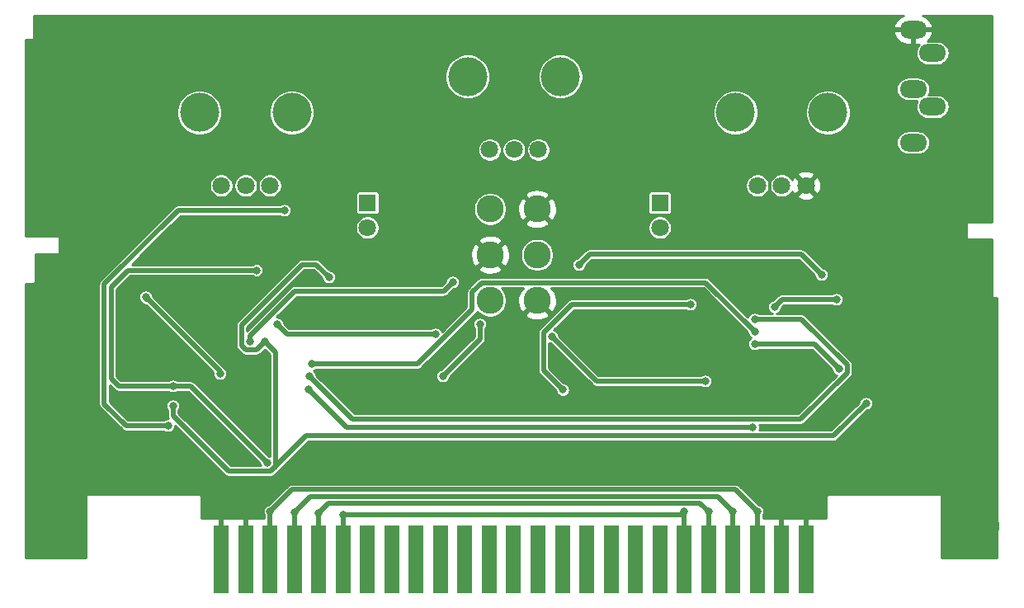
<source format=gbr>
%TF.GenerationSoftware,KiCad,Pcbnew,(5.1.7)-1*%
%TF.CreationDate,2020-11-19T18:07:40-06:00*%
%TF.ProjectId,ConsolePedalPhase,436f6e73-6f6c-4655-9065-64616c506861,rev?*%
%TF.SameCoordinates,Original*%
%TF.FileFunction,Copper,L2,Bot*%
%TF.FilePolarity,Positive*%
%FSLAX46Y46*%
G04 Gerber Fmt 4.6, Leading zero omitted, Abs format (unit mm)*
G04 Created by KiCad (PCBNEW (5.1.7)-1) date 2020-11-19 18:07:40*
%MOMM*%
%LPD*%
G01*
G04 APERTURE LIST*
%TA.AperFunction,ComponentPad*%
%ADD10C,1.800000*%
%TD*%
%TA.AperFunction,ComponentPad*%
%ADD11R,1.800000X1.800000*%
%TD*%
%TA.AperFunction,ConnectorPad*%
%ADD12R,1.500000X7.000000*%
%TD*%
%TA.AperFunction,WasherPad*%
%ADD13C,4.000000*%
%TD*%
%TA.AperFunction,ComponentPad*%
%ADD14C,2.781300*%
%TD*%
%TA.AperFunction,ComponentPad*%
%ADD15O,2.800000X1.800000*%
%TD*%
%TA.AperFunction,ComponentPad*%
%ADD16C,5.000000*%
%TD*%
%TA.AperFunction,ViaPad*%
%ADD17C,0.800000*%
%TD*%
%TA.AperFunction,Conductor*%
%ADD18C,0.500000*%
%TD*%
%TA.AperFunction,Conductor*%
%ADD19C,0.254000*%
%TD*%
%TA.AperFunction,Conductor*%
%ADD20C,0.100000*%
%TD*%
G04 APERTURE END LIST*
D10*
%TO.P,D2,2*%
%TO.N,/LEDPower*%
X147750000Y-91948000D03*
D11*
%TO.P,D2,1*%
%TO.N,Net-(D1-Pad1)*%
X147750000Y-89408000D03*
%TD*%
%TO.P,D1,1*%
%TO.N,Net-(D1-Pad1)*%
X117750000Y-89408000D03*
D10*
%TO.P,D1,2*%
%TO.N,/LEDPower*%
X117750000Y-91948000D03*
%TD*%
D12*
%TO.P,J1,26*%
%TO.N,GND*%
X102750000Y-126000000D03*
%TO.P,J1,27*%
X105250000Y-126000000D03*
%TO.P,J1,28*%
%TO.N,/Input*%
X107750000Y-126000000D03*
%TO.P,J1,29*%
%TO.N,/Output*%
X110250000Y-126000000D03*
%TO.P,J1,30*%
%TO.N,+9V*%
X112750000Y-126000000D03*
%TO.P,J1,31*%
%TO.N,/LEDPower*%
X115250000Y-126000000D03*
%TO.P,J1,32*%
%TO.N,N/C*%
X117750000Y-126000000D03*
%TO.P,J1,33*%
X120250000Y-126000000D03*
%TO.P,J1,34*%
X122750000Y-126000000D03*
%TO.P,J1,35*%
X125250000Y-126000000D03*
%TO.P,J1,36*%
X127750000Y-126000000D03*
%TO.P,J1,37*%
X130250000Y-126000000D03*
%TO.P,J1,38*%
X132750000Y-126000000D03*
%TO.P,J1,39*%
X135250000Y-126000000D03*
%TO.P,J1,40*%
X137750000Y-126000000D03*
%TO.P,J1,41*%
X140250000Y-126000000D03*
%TO.P,J1,42*%
X142750000Y-126000000D03*
%TO.P,J1,43*%
X145250000Y-126000000D03*
%TO.P,J1,44*%
X147750000Y-126000000D03*
%TO.P,J1,45*%
%TO.N,/LEDPower*%
X150250000Y-126000000D03*
%TO.P,J1,46*%
%TO.N,+9V*%
X152750000Y-126000000D03*
%TO.P,J1,47*%
%TO.N,/Output*%
X155250000Y-126000000D03*
%TO.P,J1,48*%
%TO.N,/Input*%
X157750000Y-126000000D03*
%TO.P,J1,49*%
%TO.N,GND*%
X160250000Y-126000000D03*
%TO.P,J1,50*%
X162750000Y-126000000D03*
%TD*%
D10*
%TO.P,RV1,3*%
%TO.N,COMP_IN*%
X130290000Y-83954000D03*
%TO.P,RV1,2*%
%TO.N,VCO_OUT*%
X132790000Y-83954000D03*
%TO.P,RV1,1*%
X135290000Y-83954000D03*
D13*
%TO.P,RV1,*%
%TO.N,*%
X128040000Y-76454000D03*
X137540000Y-76454000D03*
%TD*%
D10*
%TO.P,RV2,3*%
%TO.N,Net-(R18-Pad2)*%
X102750000Y-87630000D03*
%TO.P,RV2,2*%
X105250000Y-87630000D03*
%TO.P,RV2,1*%
%TO.N,Net-(C11-Pad2)*%
X107750000Y-87630000D03*
D13*
%TO.P,RV2,*%
%TO.N,*%
X100500000Y-80130000D03*
X110000000Y-80130000D03*
%TD*%
%TO.P,RV3,*%
%TO.N,*%
X165000000Y-80130000D03*
X155500000Y-80130000D03*
D10*
%TO.P,RV3,1*%
%TO.N,GND*%
X162750000Y-87630000D03*
%TO.P,RV3,2*%
%TO.N,Net-(R21-Pad1)*%
X160250000Y-87630000D03*
%TO.P,RV3,3*%
X157750000Y-87630000D03*
%TD*%
D14*
%TO.P,SW1,2*%
%TO.N,Net-(C2-Pad1)*%
X135163000Y-94742000D03*
%TO.P,SW1,5*%
%TO.N,GND*%
X130337000Y-94742000D03*
%TO.P,SW1,3*%
X135163000Y-99441000D03*
%TO.P,SW1,1*%
X135163000Y-90043000D03*
%TO.P,SW1,6*%
%TO.N,Net-(R4-Pad1)*%
X130337000Y-99441000D03*
%TO.P,SW1,4*%
%TO.N,Net-(R5-Pad1)*%
X130337000Y-90043000D03*
%TD*%
D15*
%TO.P,J2,S*%
%TO.N,GND*%
X173736000Y-71628000D03*
%TO.P,J2,T*%
%TO.N,Net-(C19-Pad2)*%
X175736000Y-74028000D03*
%TO.P,J2,R*%
%TO.N,N/C*%
X175736000Y-79528000D03*
%TO.P,J2,TN*%
X173736000Y-83228000D03*
%TO.P,J2,RN*%
X173736000Y-77728000D03*
%TD*%
D16*
%TO.P,H1,1*%
%TO.N,GND*%
X85350000Y-122600000D03*
%TD*%
%TO.P,H2,1*%
%TO.N,GND*%
X180150000Y-122600000D03*
%TD*%
D17*
%TO.N,GND*%
X87630000Y-105410000D03*
X87630000Y-99060000D03*
X87630000Y-93980000D03*
X87630000Y-88900000D03*
X87630000Y-83820000D03*
X87630000Y-78740000D03*
X87630000Y-73660000D03*
X92710000Y-73660000D03*
X97790000Y-73660000D03*
X113030000Y-73660000D03*
X118110000Y-73660000D03*
X123190000Y-73660000D03*
X142240000Y-73660000D03*
X147320000Y-73660000D03*
X152400000Y-73660000D03*
X167640000Y-73660000D03*
X176530000Y-115570000D03*
X176530000Y-110490000D03*
X176530000Y-105410000D03*
X176530000Y-100330000D03*
X176530000Y-95250000D03*
X176530000Y-90170000D03*
X105250000Y-120979000D03*
X160250000Y-120988000D03*
X102750000Y-121038000D03*
X162750000Y-120967000D03*
X94996000Y-103632000D03*
X111443000Y-97599000D03*
X111443000Y-96583000D03*
X129286000Y-115316000D03*
X130302000Y-115316000D03*
X131318000Y-101854000D03*
X132334000Y-101854000D03*
X105918000Y-108458000D03*
X154788990Y-114451010D03*
X162750000Y-90996000D03*
X162750000Y-92012000D03*
X146241000Y-84899000D03*
X168897000Y-103645000D03*
X100203000Y-112395000D03*
X104140000Y-108458000D03*
X100838000Y-103378000D03*
X117750000Y-107082000D03*
X151384000Y-105156000D03*
X149860000Y-104648000D03*
X117750000Y-108310000D03*
%TO.N,/LEDPower*%
X115250000Y-121454000D03*
X150250000Y-121073000D03*
%TO.N,/Input*%
X107750000Y-121066000D03*
X157750000Y-121066000D03*
%TO.N,/Output*%
X110250000Y-121195000D03*
X155250000Y-121068000D03*
%TO.N,+9V*%
X112750000Y-121235000D03*
X152750000Y-121108000D03*
X106361000Y-96331000D03*
X97790000Y-108204000D03*
X107442000Y-116078000D03*
X152400000Y-107696000D03*
X136652000Y-103124000D03*
%TO.N,Net-(C4-Pad1)*%
X102616000Y-106934000D03*
X94996000Y-99060000D03*
%TO.N,VCC*%
X166116000Y-106426000D03*
X157480000Y-103886000D03*
X107188000Y-103632000D03*
X168910000Y-109982000D03*
X97790000Y-110236000D03*
X113792000Y-97028000D03*
%TO.N,Net-(C8-Pad2)*%
X111697000Y-108521000D03*
X157289000Y-112459000D03*
%TO.N,Net-(C11-Pad1)*%
X97282000Y-112268000D03*
X109220000Y-90170000D03*
%TO.N,SIG_IN*%
X164338000Y-96774000D03*
X139446000Y-95758000D03*
%TO.N,Net-(R4-Pad1)*%
X129286000Y-101854000D03*
X125476000Y-107188000D03*
X105664000Y-103632000D03*
X126492000Y-97536000D03*
%TO.N,Net-(R5-Pad1)*%
X108458000Y-101854000D03*
X124714000Y-102870000D03*
%TO.N,Net-(R10-Pad1)*%
X112014000Y-105918000D03*
X157480000Y-102616000D03*
%TO.N,Net-(R10-Pad2)*%
X111760000Y-107188000D03*
X157480000Y-101346000D03*
%TO.N,PH_COMP2_OUT*%
X165862000Y-99314000D03*
X159512000Y-100076000D03*
X137795000Y-108585000D03*
X150876000Y-99822000D03*
%TD*%
D18*
%TO.N,GND*%
X105250000Y-126000000D02*
X105250000Y-120979000D01*
X160250000Y-126000000D02*
X160250000Y-120988000D01*
X157384969Y-118122969D02*
X160250000Y-120988000D01*
X108106031Y-118122969D02*
X157384969Y-118122969D01*
X105250000Y-120979000D02*
X108106031Y-118122969D01*
X102750000Y-126000000D02*
X102750000Y-121038000D01*
X162750000Y-120967000D02*
X162750000Y-126000000D01*
X162729000Y-120988000D02*
X162750000Y-120967000D01*
X160250000Y-120988000D02*
X162729000Y-120988000D01*
X105191000Y-121038000D02*
X105250000Y-120979000D01*
X102750000Y-121038000D02*
X105191000Y-121038000D01*
%TO.N,/LEDPower*%
X115250000Y-126000000D02*
X115250000Y-121454000D01*
X150250000Y-121073000D02*
X150250000Y-126000000D01*
X149869000Y-121454000D02*
X150250000Y-121073000D01*
X115250000Y-121454000D02*
X149869000Y-121454000D01*
%TO.N,/Input*%
X107750000Y-121066000D02*
X107750000Y-126000000D01*
X157750000Y-121066000D02*
X157750000Y-126000000D01*
X155506979Y-118822979D02*
X157750000Y-121066000D01*
X109993021Y-118822979D02*
X155506979Y-118822979D01*
X107750000Y-121066000D02*
X109993021Y-118822979D01*
%TO.N,/Output*%
X110250000Y-121195000D02*
X110250000Y-126000000D01*
X155250000Y-121068000D02*
X155250000Y-126000000D01*
X153704989Y-119522989D02*
X155250000Y-121068000D01*
X111922011Y-119522989D02*
X153704989Y-119522989D01*
X110250000Y-121195000D02*
X111922011Y-119522989D01*
%TO.N,+9V*%
X112750000Y-121235000D02*
X112750000Y-126000000D01*
X152750000Y-121108000D02*
X152750000Y-126000000D01*
X151864999Y-120222999D02*
X152750000Y-121108000D01*
X113762001Y-120222999D02*
X151864999Y-120222999D01*
X112750000Y-121235000D02*
X113762001Y-120222999D01*
X141224000Y-107696000D02*
X136652000Y-103124000D01*
X152400000Y-107696000D02*
X141224000Y-107696000D01*
X99568000Y-108204000D02*
X107442000Y-116078000D01*
X97790000Y-108204000D02*
X99568000Y-108204000D01*
X106361000Y-96331000D02*
X93153000Y-96331000D01*
X93153000Y-96331000D02*
X91440000Y-98044000D01*
X91440000Y-98044000D02*
X91440000Y-107442000D01*
X92202000Y-108204000D02*
X97790000Y-108204000D01*
X91440000Y-107442000D02*
X92202000Y-108204000D01*
%TO.N,Net-(C4-Pad1)*%
X94996000Y-99314000D02*
X94996000Y-99060000D01*
X102616000Y-106680000D02*
X102616000Y-106934000D01*
X94996000Y-99060000D02*
X102616000Y-106680000D01*
%TO.N,VCC*%
X163576000Y-103886000D02*
X166116000Y-106426000D01*
X157480000Y-103886000D02*
X163576000Y-103886000D01*
X118274999Y-113309001D02*
X165582999Y-113309001D01*
X165582999Y-113309001D02*
X168910000Y-109982000D01*
X97790000Y-111240002D02*
X97790000Y-110236000D01*
X103477999Y-116928001D02*
X97790000Y-111240002D01*
X108292001Y-116486001D02*
X107850001Y-116928001D01*
X107850001Y-116928001D02*
X103477999Y-116928001D01*
X108292001Y-104736001D02*
X108292001Y-116486001D01*
X107188000Y-103632000D02*
X108292001Y-104736001D01*
X111469001Y-113309001D02*
X107850001Y-116928001D01*
X118274999Y-113309001D02*
X111469001Y-113309001D01*
X105255999Y-104482001D02*
X106337999Y-104482001D01*
X104813999Y-101953999D02*
X104813999Y-104040001D01*
X111034999Y-95732999D02*
X104813999Y-101953999D01*
X106337999Y-104482001D02*
X107188000Y-103632000D01*
X112496999Y-95732999D02*
X111034999Y-95732999D01*
X104813999Y-104040001D02*
X105255999Y-104482001D01*
X113792000Y-97028000D02*
X112496999Y-95732999D01*
%TO.N,Net-(C8-Pad2)*%
X115635000Y-112459000D02*
X121729000Y-112459000D01*
X111697000Y-108521000D02*
X115635000Y-112459000D01*
X121729000Y-112459000D02*
X157289000Y-112459000D01*
X118683000Y-112459000D02*
X121729000Y-112459000D01*
%TO.N,Net-(C11-Pad1)*%
X97282000Y-112268000D02*
X92964000Y-112268000D01*
X90739990Y-110043990D02*
X92964000Y-112268000D01*
X90739990Y-97754047D02*
X90739990Y-110043990D01*
X98324038Y-90170000D02*
X90739990Y-97754047D01*
X109220000Y-90170000D02*
X98324038Y-90170000D01*
%TO.N,SIG_IN*%
X162216989Y-94652989D02*
X140551011Y-94652989D01*
X164338000Y-96774000D02*
X162216989Y-94652989D01*
X140551011Y-94652989D02*
X139446000Y-95758000D01*
%TO.N,Net-(R4-Pad1)*%
X129286000Y-103378000D02*
X125476000Y-107188000D01*
X129286000Y-101854000D02*
X129286000Y-103378000D01*
X110281314Y-98449001D02*
X125578999Y-98449001D01*
X105664000Y-103066315D02*
X110281314Y-98449001D01*
X105664000Y-103632000D02*
X105664000Y-103066315D01*
X125578999Y-98449001D02*
X126492000Y-97536000D01*
%TO.N,Net-(R5-Pad1)*%
X108458000Y-101854000D02*
X109474000Y-102870000D01*
X109474000Y-102870000D02*
X113030000Y-102870000D01*
X113030000Y-102870000D02*
X124714000Y-102870000D01*
X112522000Y-102870000D02*
X113030000Y-102870000D01*
%TO.N,Net-(R10-Pad1)*%
X152464349Y-97600349D02*
X157480000Y-102616000D01*
X129453487Y-97600349D02*
X152464349Y-97600349D01*
X128496349Y-98557487D02*
X129453487Y-97600349D01*
X128496349Y-100324513D02*
X128496349Y-98557487D01*
X122902862Y-105918000D02*
X128496349Y-100324513D01*
X112014000Y-105918000D02*
X122902862Y-105918000D01*
%TO.N,Net-(R10-Pad2)*%
X166966001Y-106834001D02*
X162191003Y-111608999D01*
X166966001Y-106017999D02*
X166966001Y-106834001D01*
X162294002Y-101346000D02*
X166966001Y-106017999D01*
X157480000Y-101346000D02*
X162294002Y-101346000D01*
X116180999Y-111608999D02*
X134263001Y-111608999D01*
X111760000Y-107188000D02*
X116180999Y-111608999D01*
X134263001Y-111608999D02*
X162191003Y-111608999D01*
X119228999Y-111608999D02*
X134263001Y-111608999D01*
%TO.N,PH_COMP2_OUT*%
X165862000Y-99314000D02*
X160274000Y-99314000D01*
X160274000Y-99314000D02*
X159512000Y-100076000D01*
X135801999Y-102715999D02*
X138695998Y-99822000D01*
X137795000Y-108585000D02*
X135801999Y-106591999D01*
X135801999Y-106591999D02*
X135801999Y-102715999D01*
X138695998Y-99822000D02*
X150876000Y-99822000D01*
%TD*%
D19*
%TO.N,GND*%
X86487000Y-119380000D02*
X86489440Y-119404776D01*
X86496667Y-119428601D01*
X86508403Y-119450557D01*
X86524197Y-119469803D01*
X86543443Y-119485597D01*
X86565399Y-119497333D01*
X86589224Y-119504560D01*
X86614000Y-119507000D01*
X88822833Y-119507000D01*
X88823000Y-119508692D01*
X88823001Y-125823000D01*
X82677000Y-125823000D01*
X82677000Y-97917000D01*
X86487000Y-97917000D01*
X86487000Y-119380000D01*
%TA.AperFunction,Conductor*%
D20*
G36*
X86487000Y-119380000D02*
G01*
X86489440Y-119404776D01*
X86496667Y-119428601D01*
X86508403Y-119450557D01*
X86524197Y-119469803D01*
X86543443Y-119485597D01*
X86565399Y-119497333D01*
X86589224Y-119504560D01*
X86614000Y-119507000D01*
X88822833Y-119507000D01*
X88823000Y-119508692D01*
X88823001Y-125823000D01*
X82677000Y-125823000D01*
X82677000Y-97917000D01*
X86487000Y-97917000D01*
X86487000Y-119380000D01*
G37*
%TD.AperFunction*%
%TD*%
D19*
%TO.N,GND*%
X172531249Y-70258446D02*
X172277604Y-70422252D01*
X172060790Y-70632394D01*
X171889138Y-70880796D01*
X171769245Y-71157913D01*
X171744964Y-71263260D01*
X171865622Y-71501000D01*
X173609000Y-71501000D01*
X173609000Y-71481000D01*
X173863000Y-71481000D01*
X173863000Y-71501000D01*
X175606378Y-71501000D01*
X175727036Y-71263260D01*
X175702755Y-71157913D01*
X175582862Y-70880796D01*
X175411210Y-70632394D01*
X175194396Y-70422252D01*
X174940751Y-70258446D01*
X174735092Y-70177000D01*
X181823000Y-70177000D01*
X181823001Y-91323000D01*
X179408692Y-91323000D01*
X179400000Y-91322144D01*
X179391308Y-91323000D01*
X179365302Y-91325561D01*
X179331937Y-91335682D01*
X179301189Y-91352118D01*
X179274237Y-91374237D01*
X179252118Y-91401189D01*
X179235682Y-91431937D01*
X179225561Y-91465302D01*
X179222144Y-91500000D01*
X179223001Y-91508702D01*
X179223000Y-92991308D01*
X179222144Y-93000000D01*
X179225561Y-93034698D01*
X179235682Y-93068063D01*
X179252118Y-93098811D01*
X179274237Y-93125763D01*
X179301189Y-93147882D01*
X179331937Y-93164318D01*
X179365302Y-93174439D01*
X179400000Y-93177856D01*
X179408692Y-93177000D01*
X181823000Y-93177000D01*
X181823001Y-98991298D01*
X181822144Y-99000000D01*
X181825561Y-99034698D01*
X181835682Y-99068063D01*
X181852118Y-99098811D01*
X181874237Y-99125763D01*
X181901189Y-99147882D01*
X181931937Y-99164318D01*
X181965302Y-99174439D01*
X181991308Y-99177000D01*
X182000000Y-99177856D01*
X182008692Y-99177000D01*
X182323001Y-99177000D01*
X182323000Y-125823000D01*
X176677000Y-125823000D01*
X176677000Y-119508692D01*
X176677856Y-119500000D01*
X176674439Y-119465302D01*
X176664318Y-119431937D01*
X176647882Y-119401189D01*
X176625763Y-119374237D01*
X176598811Y-119352118D01*
X176568063Y-119335682D01*
X176534698Y-119325561D01*
X176508692Y-119323000D01*
X176500000Y-119322144D01*
X176491308Y-119323000D01*
X165008692Y-119323000D01*
X165000000Y-119322144D01*
X164991308Y-119323000D01*
X164965302Y-119325561D01*
X164931937Y-119335682D01*
X164901189Y-119352118D01*
X164874237Y-119374237D01*
X164852118Y-119401189D01*
X164835682Y-119431937D01*
X164825561Y-119465302D01*
X164822144Y-119500000D01*
X164823001Y-119508702D01*
X164823001Y-121793000D01*
X158327000Y-121793000D01*
X158327000Y-121511025D01*
X158394259Y-121410364D01*
X158449062Y-121278058D01*
X158477000Y-121137603D01*
X158477000Y-120994397D01*
X158449062Y-120853942D01*
X158394259Y-120721636D01*
X158314698Y-120602564D01*
X158213436Y-120501302D01*
X158094364Y-120421741D01*
X157962058Y-120366938D01*
X157843321Y-120343320D01*
X155935018Y-118435017D01*
X155916953Y-118413005D01*
X155829094Y-118340900D01*
X155728855Y-118287322D01*
X155664749Y-118267876D01*
X155620090Y-118254328D01*
X155565024Y-118248905D01*
X155535315Y-118245979D01*
X155535310Y-118245979D01*
X155506979Y-118243189D01*
X155478648Y-118245979D01*
X110021352Y-118245979D01*
X109993021Y-118243189D01*
X109964690Y-118245979D01*
X109964685Y-118245979D01*
X109937907Y-118248616D01*
X109879909Y-118254328D01*
X109815803Y-118273775D01*
X109771145Y-118287322D01*
X109670906Y-118340900D01*
X109583047Y-118413005D01*
X109564982Y-118435017D01*
X107656679Y-120343320D01*
X107537942Y-120366938D01*
X107405636Y-120421741D01*
X107286564Y-120501302D01*
X107185302Y-120602564D01*
X107105741Y-120721636D01*
X107050938Y-120853942D01*
X107023000Y-120994397D01*
X107023000Y-121137603D01*
X107050938Y-121278058D01*
X107105741Y-121410364D01*
X107173000Y-121511025D01*
X107173000Y-121793000D01*
X100677000Y-121793000D01*
X100677000Y-119508692D01*
X100677856Y-119500000D01*
X100674439Y-119465302D01*
X100664318Y-119431937D01*
X100647882Y-119401189D01*
X100625763Y-119374237D01*
X100598811Y-119352118D01*
X100568063Y-119335682D01*
X100534698Y-119325561D01*
X100508692Y-119323000D01*
X100500000Y-119322144D01*
X100491308Y-119323000D01*
X89008692Y-119323000D01*
X89000000Y-119322144D01*
X88991308Y-119323000D01*
X88965302Y-119325561D01*
X88931937Y-119335682D01*
X88901189Y-119352118D01*
X88874237Y-119374237D01*
X88852118Y-119401189D01*
X88835682Y-119431937D01*
X88825561Y-119465302D01*
X88822144Y-119500000D01*
X88823000Y-119508692D01*
X88823001Y-125823000D01*
X82677000Y-125823000D01*
X82677000Y-97754047D01*
X90160200Y-97754047D01*
X90162990Y-97782378D01*
X90162991Y-110015649D01*
X90160200Y-110043990D01*
X90171339Y-110157101D01*
X90204334Y-110265866D01*
X90257912Y-110366105D01*
X90288830Y-110403778D01*
X90311953Y-110431954D01*
X90311956Y-110431957D01*
X90330017Y-110453964D01*
X90352023Y-110472024D01*
X92535965Y-112655967D01*
X92554026Y-112677974D01*
X92576033Y-112696035D01*
X92576035Y-112696037D01*
X92595980Y-112712405D01*
X92641885Y-112750079D01*
X92742124Y-112803657D01*
X92850888Y-112836650D01*
X92935664Y-112845000D01*
X92935670Y-112845000D01*
X92963999Y-112847790D01*
X92992328Y-112845000D01*
X96836975Y-112845000D01*
X96937636Y-112912259D01*
X97069942Y-112967062D01*
X97210397Y-112995000D01*
X97353603Y-112995000D01*
X97494058Y-112967062D01*
X97626364Y-112912259D01*
X97745436Y-112832698D01*
X97846698Y-112731436D01*
X97926259Y-112612364D01*
X97981062Y-112480058D01*
X98009000Y-112339603D01*
X98009000Y-112275003D01*
X103049960Y-117315963D01*
X103068025Y-117337975D01*
X103155884Y-117410080D01*
X103256123Y-117463658D01*
X103364887Y-117496651D01*
X103449663Y-117505001D01*
X103449669Y-117505001D01*
X103477998Y-117507791D01*
X103506327Y-117505001D01*
X107821670Y-117505001D01*
X107850001Y-117507791D01*
X107878332Y-117505001D01*
X107878337Y-117505001D01*
X107908046Y-117502075D01*
X107963112Y-117496652D01*
X108007771Y-117483104D01*
X108071877Y-117463658D01*
X108172116Y-117410080D01*
X108259975Y-117337975D01*
X108278040Y-117315963D01*
X108679963Y-116914040D01*
X108701975Y-116895975D01*
X108720040Y-116873963D01*
X111708002Y-113886001D01*
X165554668Y-113886001D01*
X165582999Y-113888791D01*
X165611330Y-113886001D01*
X165611335Y-113886001D01*
X165641044Y-113883075D01*
X165696110Y-113877652D01*
X165740769Y-113864104D01*
X165804875Y-113844658D01*
X165905114Y-113791080D01*
X165992973Y-113718975D01*
X166011038Y-113696963D01*
X169003321Y-110704680D01*
X169122058Y-110681062D01*
X169254364Y-110626259D01*
X169373436Y-110546698D01*
X169474698Y-110445436D01*
X169554259Y-110326364D01*
X169609062Y-110194058D01*
X169637000Y-110053603D01*
X169637000Y-109910397D01*
X169609062Y-109769942D01*
X169554259Y-109637636D01*
X169474698Y-109518564D01*
X169373436Y-109417302D01*
X169254364Y-109337741D01*
X169122058Y-109282938D01*
X168981603Y-109255000D01*
X168838397Y-109255000D01*
X168697942Y-109282938D01*
X168565636Y-109337741D01*
X168446564Y-109417302D01*
X168345302Y-109518564D01*
X168265741Y-109637636D01*
X168210938Y-109769942D01*
X168187320Y-109888679D01*
X165343998Y-112732001D01*
X157962819Y-112732001D01*
X157988062Y-112671058D01*
X158016000Y-112530603D01*
X158016000Y-112387397D01*
X157988062Y-112246942D01*
X157962819Y-112185999D01*
X162162672Y-112185999D01*
X162191003Y-112188789D01*
X162219334Y-112185999D01*
X162219339Y-112185999D01*
X162249048Y-112183073D01*
X162304114Y-112177650D01*
X162348773Y-112164102D01*
X162412879Y-112144656D01*
X162513118Y-112091078D01*
X162600977Y-112018973D01*
X162619042Y-111996961D01*
X167353963Y-107262040D01*
X167375975Y-107243975D01*
X167448080Y-107156116D01*
X167501658Y-107055877D01*
X167521430Y-106990698D01*
X167534652Y-106947113D01*
X167545791Y-106834001D01*
X167543001Y-106805670D01*
X167543001Y-106046327D01*
X167545791Y-106017998D01*
X167543001Y-105989669D01*
X167543001Y-105989663D01*
X167534651Y-105904887D01*
X167501658Y-105796123D01*
X167448080Y-105695884D01*
X167375975Y-105608025D01*
X167353964Y-105589961D01*
X162722041Y-100958038D01*
X162703976Y-100936026D01*
X162616117Y-100863921D01*
X162515878Y-100810343D01*
X162451772Y-100790897D01*
X162407113Y-100777349D01*
X162352047Y-100771926D01*
X162322338Y-100769000D01*
X162322333Y-100769000D01*
X162294002Y-100766210D01*
X162265671Y-100769000D01*
X159738693Y-100769000D01*
X159856364Y-100720259D01*
X159975436Y-100640698D01*
X160076698Y-100539436D01*
X160156259Y-100420364D01*
X160211062Y-100288058D01*
X160234680Y-100169321D01*
X160513001Y-99891000D01*
X165416975Y-99891000D01*
X165517636Y-99958259D01*
X165649942Y-100013062D01*
X165790397Y-100041000D01*
X165933603Y-100041000D01*
X166074058Y-100013062D01*
X166206364Y-99958259D01*
X166325436Y-99878698D01*
X166426698Y-99777436D01*
X166506259Y-99658364D01*
X166561062Y-99526058D01*
X166589000Y-99385603D01*
X166589000Y-99242397D01*
X166561062Y-99101942D01*
X166506259Y-98969636D01*
X166426698Y-98850564D01*
X166325436Y-98749302D01*
X166206364Y-98669741D01*
X166074058Y-98614938D01*
X165933603Y-98587000D01*
X165790397Y-98587000D01*
X165649942Y-98614938D01*
X165517636Y-98669741D01*
X165416975Y-98737000D01*
X160302331Y-98737000D01*
X160274000Y-98734210D01*
X160245669Y-98737000D01*
X160245664Y-98737000D01*
X160218886Y-98739637D01*
X160160888Y-98745349D01*
X160096782Y-98764796D01*
X160052124Y-98778343D01*
X159951885Y-98831921D01*
X159864026Y-98904026D01*
X159845961Y-98926038D01*
X159418679Y-99353320D01*
X159299942Y-99376938D01*
X159167636Y-99431741D01*
X159048564Y-99511302D01*
X158947302Y-99612564D01*
X158867741Y-99731636D01*
X158812938Y-99863942D01*
X158785000Y-100004397D01*
X158785000Y-100147603D01*
X158812938Y-100288058D01*
X158867741Y-100420364D01*
X158947302Y-100539436D01*
X159048564Y-100640698D01*
X159167636Y-100720259D01*
X159285307Y-100769000D01*
X157925025Y-100769000D01*
X157824364Y-100701741D01*
X157692058Y-100646938D01*
X157551603Y-100619000D01*
X157408397Y-100619000D01*
X157267942Y-100646938D01*
X157135636Y-100701741D01*
X157016564Y-100781302D01*
X156915302Y-100882564D01*
X156835741Y-101001636D01*
X156790605Y-101110604D01*
X152892388Y-97212387D01*
X152874323Y-97190375D01*
X152786464Y-97118270D01*
X152686225Y-97064692D01*
X152622119Y-97045246D01*
X152577460Y-97031698D01*
X152522394Y-97026275D01*
X152492685Y-97023349D01*
X152492680Y-97023349D01*
X152464349Y-97020559D01*
X152436018Y-97023349D01*
X129481826Y-97023349D01*
X129453487Y-97020558D01*
X129340375Y-97031698D01*
X129231610Y-97064692D01*
X129216883Y-97072564D01*
X129131372Y-97118270D01*
X129043513Y-97190375D01*
X129025448Y-97212387D01*
X128108383Y-98129452D01*
X128086376Y-98147513D01*
X128068315Y-98169520D01*
X128068312Y-98169523D01*
X128058004Y-98182084D01*
X128014271Y-98235372D01*
X128013869Y-98236125D01*
X127960693Y-98335611D01*
X127927698Y-98444376D01*
X127916559Y-98557487D01*
X127919350Y-98585828D01*
X127919349Y-100085511D01*
X125393689Y-102611171D01*
X125358259Y-102525636D01*
X125278698Y-102406564D01*
X125177436Y-102305302D01*
X125058364Y-102225741D01*
X124926058Y-102170938D01*
X124785603Y-102143000D01*
X124642397Y-102143000D01*
X124501942Y-102170938D01*
X124369636Y-102225741D01*
X124268975Y-102293000D01*
X109713002Y-102293000D01*
X109180680Y-101760679D01*
X109157062Y-101641942D01*
X109102259Y-101509636D01*
X109022698Y-101390564D01*
X108921436Y-101289302D01*
X108802364Y-101209741D01*
X108670058Y-101154938D01*
X108529603Y-101127000D01*
X108419317Y-101127000D01*
X110520316Y-99026001D01*
X125550668Y-99026001D01*
X125578999Y-99028791D01*
X125607330Y-99026001D01*
X125607335Y-99026001D01*
X125637044Y-99023075D01*
X125692110Y-99017652D01*
X125736769Y-99004104D01*
X125800875Y-98984658D01*
X125901114Y-98931080D01*
X125988973Y-98858975D01*
X126007038Y-98836963D01*
X126585321Y-98258680D01*
X126704058Y-98235062D01*
X126836364Y-98180259D01*
X126955436Y-98100698D01*
X127056698Y-97999436D01*
X127136259Y-97880364D01*
X127191062Y-97748058D01*
X127219000Y-97607603D01*
X127219000Y-97464397D01*
X127191062Y-97323942D01*
X127136259Y-97191636D01*
X127056698Y-97072564D01*
X126955436Y-96971302D01*
X126836364Y-96891741D01*
X126704058Y-96836938D01*
X126563603Y-96809000D01*
X126420397Y-96809000D01*
X126279942Y-96836938D01*
X126147636Y-96891741D01*
X126028564Y-96971302D01*
X125927302Y-97072564D01*
X125847741Y-97191636D01*
X125792938Y-97323942D01*
X125769320Y-97442679D01*
X125339998Y-97872001D01*
X110309642Y-97872001D01*
X110281313Y-97869211D01*
X110252984Y-97872001D01*
X110252978Y-97872001D01*
X110168202Y-97880351D01*
X110059438Y-97913344D01*
X109959199Y-97966922D01*
X109932496Y-97988837D01*
X109893349Y-98020964D01*
X109893347Y-98020966D01*
X109871340Y-98039027D01*
X109853279Y-98061034D01*
X105390999Y-102523315D01*
X105390999Y-102193000D01*
X111274000Y-96309999D01*
X112257998Y-96309999D01*
X113069320Y-97121322D01*
X113092938Y-97240058D01*
X113147741Y-97372364D01*
X113227302Y-97491436D01*
X113328564Y-97592698D01*
X113447636Y-97672259D01*
X113579942Y-97727062D01*
X113720397Y-97755000D01*
X113863603Y-97755000D01*
X114004058Y-97727062D01*
X114136364Y-97672259D01*
X114255436Y-97592698D01*
X114356698Y-97491436D01*
X114436259Y-97372364D01*
X114491062Y-97240058D01*
X114519000Y-97099603D01*
X114519000Y-96956397D01*
X114491062Y-96815942D01*
X114436259Y-96683636D01*
X114356698Y-96564564D01*
X114255436Y-96463302D01*
X114136364Y-96383741D01*
X114004058Y-96328938D01*
X113885322Y-96305320D01*
X113735791Y-96155789D01*
X129102817Y-96155789D01*
X129245668Y-96460155D01*
X129601833Y-96640049D01*
X129986250Y-96747003D01*
X130384146Y-96776905D01*
X130780230Y-96728607D01*
X131159281Y-96603964D01*
X131428332Y-96460155D01*
X131571183Y-96155789D01*
X130337000Y-94921605D01*
X129102817Y-96155789D01*
X113735791Y-96155789D01*
X112925038Y-95345037D01*
X112906973Y-95323025D01*
X112819114Y-95250920D01*
X112718875Y-95197342D01*
X112654769Y-95177896D01*
X112610110Y-95164348D01*
X112555044Y-95158925D01*
X112525335Y-95155999D01*
X112525330Y-95155999D01*
X112496999Y-95153209D01*
X112468668Y-95155999D01*
X111063338Y-95155999D01*
X111034999Y-95153208D01*
X110921887Y-95164348D01*
X110813122Y-95197342D01*
X110787227Y-95211183D01*
X110712884Y-95250920D01*
X110625025Y-95323025D01*
X110606960Y-95345037D01*
X104426037Y-101525960D01*
X104404025Y-101544025D01*
X104331920Y-101631885D01*
X104278342Y-101732124D01*
X104264795Y-101776782D01*
X104245348Y-101840888D01*
X104241333Y-101881657D01*
X104237262Y-101923000D01*
X104234209Y-101953999D01*
X104236999Y-101982330D01*
X104237000Y-104011660D01*
X104234209Y-104040001D01*
X104245348Y-104153112D01*
X104275930Y-104253922D01*
X104278343Y-104261877D01*
X104331921Y-104362116D01*
X104362839Y-104399789D01*
X104385962Y-104427965D01*
X104385965Y-104427968D01*
X104404026Y-104449975D01*
X104426033Y-104468036D01*
X104827960Y-104869963D01*
X104846025Y-104891975D01*
X104933884Y-104964080D01*
X105034123Y-105017658D01*
X105142887Y-105050651D01*
X105227663Y-105059001D01*
X105227669Y-105059001D01*
X105255998Y-105061791D01*
X105284327Y-105059001D01*
X106309668Y-105059001D01*
X106337999Y-105061791D01*
X106366330Y-105059001D01*
X106366335Y-105059001D01*
X106396044Y-105056075D01*
X106451110Y-105050652D01*
X106495769Y-105037104D01*
X106559875Y-105017658D01*
X106660114Y-104964080D01*
X106747973Y-104891975D01*
X106766038Y-104869963D01*
X107188000Y-104448001D01*
X107715001Y-104975003D01*
X107715002Y-115404182D01*
X107654058Y-115378938D01*
X107535321Y-115355320D01*
X99996037Y-107816036D01*
X99977974Y-107794026D01*
X99890115Y-107721921D01*
X99789876Y-107668343D01*
X99725770Y-107648897D01*
X99681111Y-107635349D01*
X99626045Y-107629926D01*
X99596336Y-107627000D01*
X99596331Y-107627000D01*
X99568000Y-107624210D01*
X99539669Y-107627000D01*
X98235025Y-107627000D01*
X98134364Y-107559741D01*
X98002058Y-107504938D01*
X97861603Y-107477000D01*
X97718397Y-107477000D01*
X97577942Y-107504938D01*
X97445636Y-107559741D01*
X97344975Y-107627000D01*
X92441001Y-107627000D01*
X92017000Y-107202999D01*
X92017000Y-98988397D01*
X94269000Y-98988397D01*
X94269000Y-99131603D01*
X94296938Y-99272058D01*
X94351741Y-99404364D01*
X94431302Y-99523436D01*
X94479406Y-99571540D01*
X94513921Y-99636114D01*
X94586026Y-99723974D01*
X94673885Y-99796079D01*
X94774124Y-99849657D01*
X94882888Y-99882650D01*
X94996000Y-99893791D01*
X95012195Y-99892196D01*
X101904495Y-106784496D01*
X101889000Y-106862397D01*
X101889000Y-107005603D01*
X101916938Y-107146058D01*
X101971741Y-107278364D01*
X102051302Y-107397436D01*
X102152564Y-107498698D01*
X102271636Y-107578259D01*
X102403942Y-107633062D01*
X102544397Y-107661000D01*
X102687603Y-107661000D01*
X102828058Y-107633062D01*
X102960364Y-107578259D01*
X103079436Y-107498698D01*
X103180698Y-107397436D01*
X103260259Y-107278364D01*
X103315062Y-107146058D01*
X103343000Y-107005603D01*
X103343000Y-106862397D01*
X103315062Y-106721942D01*
X103260259Y-106589636D01*
X103180698Y-106470564D01*
X103132595Y-106422461D01*
X103098079Y-106357885D01*
X103025974Y-106270026D01*
X103003963Y-106251962D01*
X95718680Y-98966679D01*
X95695062Y-98847942D01*
X95640259Y-98715636D01*
X95560698Y-98596564D01*
X95459436Y-98495302D01*
X95340364Y-98415741D01*
X95208058Y-98360938D01*
X95067603Y-98333000D01*
X94924397Y-98333000D01*
X94783942Y-98360938D01*
X94651636Y-98415741D01*
X94532564Y-98495302D01*
X94431302Y-98596564D01*
X94351741Y-98715636D01*
X94296938Y-98847942D01*
X94269000Y-98988397D01*
X92017000Y-98988397D01*
X92017000Y-98283001D01*
X93392001Y-96908000D01*
X105915975Y-96908000D01*
X106016636Y-96975259D01*
X106148942Y-97030062D01*
X106289397Y-97058000D01*
X106432603Y-97058000D01*
X106573058Y-97030062D01*
X106705364Y-96975259D01*
X106824436Y-96895698D01*
X106925698Y-96794436D01*
X107005259Y-96675364D01*
X107060062Y-96543058D01*
X107088000Y-96402603D01*
X107088000Y-96259397D01*
X107060062Y-96118942D01*
X107005259Y-95986636D01*
X106925698Y-95867564D01*
X106824436Y-95766302D01*
X106705364Y-95686741D01*
X106573058Y-95631938D01*
X106432603Y-95604000D01*
X106289397Y-95604000D01*
X106148942Y-95631938D01*
X106016636Y-95686741D01*
X105915975Y-95754000D01*
X93556038Y-95754000D01*
X94520892Y-94789146D01*
X128302095Y-94789146D01*
X128350393Y-95185230D01*
X128475036Y-95564281D01*
X128618845Y-95833332D01*
X128923211Y-95976183D01*
X130157395Y-94742000D01*
X130516605Y-94742000D01*
X131750789Y-95976183D01*
X132055155Y-95833332D01*
X132235049Y-95477167D01*
X132342003Y-95092750D01*
X132371905Y-94694854D01*
X132357026Y-94572826D01*
X133445350Y-94572826D01*
X133445350Y-94911174D01*
X133511358Y-95243020D01*
X133640838Y-95555612D01*
X133828814Y-95836938D01*
X134068062Y-96076186D01*
X134349388Y-96264162D01*
X134661980Y-96393642D01*
X134993826Y-96459650D01*
X135332174Y-96459650D01*
X135664020Y-96393642D01*
X135976612Y-96264162D01*
X136257938Y-96076186D01*
X136497186Y-95836938D01*
X136597774Y-95686397D01*
X138719000Y-95686397D01*
X138719000Y-95829603D01*
X138746938Y-95970058D01*
X138801741Y-96102364D01*
X138881302Y-96221436D01*
X138982564Y-96322698D01*
X139101636Y-96402259D01*
X139233942Y-96457062D01*
X139374397Y-96485000D01*
X139517603Y-96485000D01*
X139658058Y-96457062D01*
X139790364Y-96402259D01*
X139909436Y-96322698D01*
X140010698Y-96221436D01*
X140090259Y-96102364D01*
X140145062Y-95970058D01*
X140168680Y-95851321D01*
X140790012Y-95229989D01*
X161977988Y-95229989D01*
X163615320Y-96867321D01*
X163638938Y-96986058D01*
X163693741Y-97118364D01*
X163773302Y-97237436D01*
X163874564Y-97338698D01*
X163993636Y-97418259D01*
X164125942Y-97473062D01*
X164266397Y-97501000D01*
X164409603Y-97501000D01*
X164550058Y-97473062D01*
X164682364Y-97418259D01*
X164801436Y-97338698D01*
X164902698Y-97237436D01*
X164982259Y-97118364D01*
X165037062Y-96986058D01*
X165065000Y-96845603D01*
X165065000Y-96702397D01*
X165037062Y-96561942D01*
X164982259Y-96429636D01*
X164902698Y-96310564D01*
X164801436Y-96209302D01*
X164682364Y-96129741D01*
X164550058Y-96074938D01*
X164431321Y-96051320D01*
X162645028Y-94265027D01*
X162626963Y-94243015D01*
X162539104Y-94170910D01*
X162438865Y-94117332D01*
X162374759Y-94097886D01*
X162330100Y-94084338D01*
X162275034Y-94078915D01*
X162245325Y-94075989D01*
X162245320Y-94075989D01*
X162216989Y-94073199D01*
X162188658Y-94075989D01*
X140579350Y-94075989D01*
X140551011Y-94073198D01*
X140437899Y-94084338D01*
X140329134Y-94117332D01*
X140303239Y-94131173D01*
X140228896Y-94170910D01*
X140141037Y-94243015D01*
X140122972Y-94265027D01*
X139352679Y-95035320D01*
X139233942Y-95058938D01*
X139101636Y-95113741D01*
X138982564Y-95193302D01*
X138881302Y-95294564D01*
X138801741Y-95413636D01*
X138746938Y-95545942D01*
X138719000Y-95686397D01*
X136597774Y-95686397D01*
X136685162Y-95555612D01*
X136814642Y-95243020D01*
X136880650Y-94911174D01*
X136880650Y-94572826D01*
X136814642Y-94240980D01*
X136685162Y-93928388D01*
X136497186Y-93647062D01*
X136257938Y-93407814D01*
X135976612Y-93219838D01*
X135664020Y-93090358D01*
X135332174Y-93024350D01*
X134993826Y-93024350D01*
X134661980Y-93090358D01*
X134349388Y-93219838D01*
X134068062Y-93407814D01*
X133828814Y-93647062D01*
X133640838Y-93928388D01*
X133511358Y-94240980D01*
X133445350Y-94572826D01*
X132357026Y-94572826D01*
X132323607Y-94298770D01*
X132198964Y-93919719D01*
X132055155Y-93650668D01*
X131750789Y-93507817D01*
X130516605Y-94742000D01*
X130157395Y-94742000D01*
X128923211Y-93507817D01*
X128618845Y-93650668D01*
X128438951Y-94006833D01*
X128331997Y-94391250D01*
X128302095Y-94789146D01*
X94520892Y-94789146D01*
X95981827Y-93328211D01*
X129102817Y-93328211D01*
X130337000Y-94562395D01*
X131571183Y-93328211D01*
X131428332Y-93023845D01*
X131072167Y-92843951D01*
X130687750Y-92736997D01*
X130289854Y-92707095D01*
X129893770Y-92755393D01*
X129514719Y-92880036D01*
X129245668Y-93023845D01*
X129102817Y-93328211D01*
X95981827Y-93328211D01*
X97482887Y-91827151D01*
X116523000Y-91827151D01*
X116523000Y-92068849D01*
X116570153Y-92305903D01*
X116662647Y-92529202D01*
X116796927Y-92730167D01*
X116967833Y-92901073D01*
X117168798Y-93035353D01*
X117392097Y-93127847D01*
X117629151Y-93175000D01*
X117870849Y-93175000D01*
X118107903Y-93127847D01*
X118331202Y-93035353D01*
X118532167Y-92901073D01*
X118703073Y-92730167D01*
X118837353Y-92529202D01*
X118929847Y-92305903D01*
X118977000Y-92068849D01*
X118977000Y-91827151D01*
X118929847Y-91590097D01*
X118837353Y-91366798D01*
X118703073Y-91165833D01*
X118532167Y-90994927D01*
X118331202Y-90860647D01*
X118107903Y-90768153D01*
X117870849Y-90721000D01*
X117629151Y-90721000D01*
X117392097Y-90768153D01*
X117168798Y-90860647D01*
X116967833Y-90994927D01*
X116796927Y-91165833D01*
X116662647Y-91366798D01*
X116570153Y-91590097D01*
X116523000Y-91827151D01*
X97482887Y-91827151D01*
X98563039Y-90747000D01*
X108774975Y-90747000D01*
X108875636Y-90814259D01*
X109007942Y-90869062D01*
X109148397Y-90897000D01*
X109291603Y-90897000D01*
X109432058Y-90869062D01*
X109564364Y-90814259D01*
X109683436Y-90734698D01*
X109784698Y-90633436D01*
X109864259Y-90514364D01*
X109919062Y-90382058D01*
X109947000Y-90241603D01*
X109947000Y-90098397D01*
X109919062Y-89957942D01*
X109864259Y-89825636D01*
X109784698Y-89706564D01*
X109683436Y-89605302D01*
X109564364Y-89525741D01*
X109432058Y-89470938D01*
X109291603Y-89443000D01*
X109148397Y-89443000D01*
X109007942Y-89470938D01*
X108875636Y-89525741D01*
X108774975Y-89593000D01*
X98352369Y-89593000D01*
X98324038Y-89590210D01*
X98295707Y-89593000D01*
X98295702Y-89593000D01*
X98268924Y-89595637D01*
X98210926Y-89601349D01*
X98146820Y-89620796D01*
X98102162Y-89634343D01*
X98001923Y-89687921D01*
X97914064Y-89760026D01*
X97895999Y-89782038D01*
X90352028Y-97326008D01*
X90330016Y-97344073D01*
X90257911Y-97431933D01*
X90204333Y-97532172D01*
X90193446Y-97568062D01*
X90171339Y-97640936D01*
X90165324Y-97702019D01*
X90163273Y-97722845D01*
X90160200Y-97754047D01*
X82677000Y-97754047D01*
X82677000Y-97677000D01*
X83491308Y-97677000D01*
X83500000Y-97677856D01*
X83508692Y-97677000D01*
X83534698Y-97674439D01*
X83568063Y-97664318D01*
X83598811Y-97647882D01*
X83625763Y-97625763D01*
X83647882Y-97598811D01*
X83664318Y-97568063D01*
X83674439Y-97534698D01*
X83677856Y-97500000D01*
X83677000Y-97491308D01*
X83677000Y-94677000D01*
X85991308Y-94677000D01*
X86000000Y-94677856D01*
X86008692Y-94677000D01*
X86034698Y-94674439D01*
X86068063Y-94664318D01*
X86098811Y-94647882D01*
X86125763Y-94625763D01*
X86147882Y-94598811D01*
X86164318Y-94568063D01*
X86174439Y-94534698D01*
X86177856Y-94500000D01*
X86177000Y-94491308D01*
X86177000Y-93008691D01*
X86177856Y-93000000D01*
X86174439Y-92965302D01*
X86164318Y-92931937D01*
X86147882Y-92901189D01*
X86125763Y-92874237D01*
X86098811Y-92852118D01*
X86068063Y-92835682D01*
X86034698Y-92825561D01*
X86008692Y-92823000D01*
X86000000Y-92822144D01*
X85991308Y-92823000D01*
X82677000Y-92823000D01*
X82677000Y-87509151D01*
X101523000Y-87509151D01*
X101523000Y-87750849D01*
X101570153Y-87987903D01*
X101662647Y-88211202D01*
X101796927Y-88412167D01*
X101967833Y-88583073D01*
X102168798Y-88717353D01*
X102392097Y-88809847D01*
X102629151Y-88857000D01*
X102870849Y-88857000D01*
X103107903Y-88809847D01*
X103331202Y-88717353D01*
X103532167Y-88583073D01*
X103703073Y-88412167D01*
X103837353Y-88211202D01*
X103929847Y-87987903D01*
X103977000Y-87750849D01*
X103977000Y-87509151D01*
X104023000Y-87509151D01*
X104023000Y-87750849D01*
X104070153Y-87987903D01*
X104162647Y-88211202D01*
X104296927Y-88412167D01*
X104467833Y-88583073D01*
X104668798Y-88717353D01*
X104892097Y-88809847D01*
X105129151Y-88857000D01*
X105370849Y-88857000D01*
X105607903Y-88809847D01*
X105831202Y-88717353D01*
X106032167Y-88583073D01*
X106203073Y-88412167D01*
X106337353Y-88211202D01*
X106429847Y-87987903D01*
X106477000Y-87750849D01*
X106477000Y-87509151D01*
X106523000Y-87509151D01*
X106523000Y-87750849D01*
X106570153Y-87987903D01*
X106662647Y-88211202D01*
X106796927Y-88412167D01*
X106967833Y-88583073D01*
X107168798Y-88717353D01*
X107392097Y-88809847D01*
X107629151Y-88857000D01*
X107870849Y-88857000D01*
X108107903Y-88809847D01*
X108331202Y-88717353D01*
X108532167Y-88583073D01*
X108607240Y-88508000D01*
X116521418Y-88508000D01*
X116521418Y-90308000D01*
X116527732Y-90372103D01*
X116546430Y-90433743D01*
X116576794Y-90490550D01*
X116617657Y-90540343D01*
X116667450Y-90581206D01*
X116724257Y-90611570D01*
X116785897Y-90630268D01*
X116850000Y-90636582D01*
X118650000Y-90636582D01*
X118714103Y-90630268D01*
X118775743Y-90611570D01*
X118832550Y-90581206D01*
X118882343Y-90540343D01*
X118923206Y-90490550D01*
X118953570Y-90433743D01*
X118972268Y-90372103D01*
X118978582Y-90308000D01*
X118978582Y-89873826D01*
X128619350Y-89873826D01*
X128619350Y-90212174D01*
X128685358Y-90544020D01*
X128814838Y-90856612D01*
X129002814Y-91137938D01*
X129242062Y-91377186D01*
X129523388Y-91565162D01*
X129835980Y-91694642D01*
X130167826Y-91760650D01*
X130506174Y-91760650D01*
X130838020Y-91694642D01*
X131150612Y-91565162D01*
X131312803Y-91456789D01*
X133928817Y-91456789D01*
X134071668Y-91761155D01*
X134427833Y-91941049D01*
X134812250Y-92048003D01*
X135210146Y-92077905D01*
X135606230Y-92029607D01*
X135985281Y-91904964D01*
X136130860Y-91827151D01*
X146523000Y-91827151D01*
X146523000Y-92068849D01*
X146570153Y-92305903D01*
X146662647Y-92529202D01*
X146796927Y-92730167D01*
X146967833Y-92901073D01*
X147168798Y-93035353D01*
X147392097Y-93127847D01*
X147629151Y-93175000D01*
X147870849Y-93175000D01*
X148107903Y-93127847D01*
X148331202Y-93035353D01*
X148532167Y-92901073D01*
X148703073Y-92730167D01*
X148837353Y-92529202D01*
X148929847Y-92305903D01*
X148977000Y-92068849D01*
X148977000Y-91827151D01*
X148929847Y-91590097D01*
X148837353Y-91366798D01*
X148703073Y-91165833D01*
X148532167Y-90994927D01*
X148331202Y-90860647D01*
X148107903Y-90768153D01*
X147870849Y-90721000D01*
X147629151Y-90721000D01*
X147392097Y-90768153D01*
X147168798Y-90860647D01*
X146967833Y-90994927D01*
X146796927Y-91165833D01*
X146662647Y-91366798D01*
X146570153Y-91590097D01*
X146523000Y-91827151D01*
X136130860Y-91827151D01*
X136254332Y-91761155D01*
X136397183Y-91456789D01*
X135163000Y-90222605D01*
X133928817Y-91456789D01*
X131312803Y-91456789D01*
X131431938Y-91377186D01*
X131671186Y-91137938D01*
X131859162Y-90856612D01*
X131988642Y-90544020D01*
X132054650Y-90212174D01*
X132054650Y-90090146D01*
X133128095Y-90090146D01*
X133176393Y-90486230D01*
X133301036Y-90865281D01*
X133444845Y-91134332D01*
X133749211Y-91277183D01*
X134983395Y-90043000D01*
X135342605Y-90043000D01*
X136576789Y-91277183D01*
X136881155Y-91134332D01*
X137061049Y-90778167D01*
X137168003Y-90393750D01*
X137197905Y-89995854D01*
X137149607Y-89599770D01*
X137024964Y-89220719D01*
X136881155Y-88951668D01*
X136576789Y-88808817D01*
X135342605Y-90043000D01*
X134983395Y-90043000D01*
X133749211Y-88808817D01*
X133444845Y-88951668D01*
X133264951Y-89307833D01*
X133157997Y-89692250D01*
X133128095Y-90090146D01*
X132054650Y-90090146D01*
X132054650Y-89873826D01*
X131988642Y-89541980D01*
X131859162Y-89229388D01*
X131671186Y-88948062D01*
X131431938Y-88708814D01*
X131312804Y-88629211D01*
X133928817Y-88629211D01*
X135163000Y-89863395D01*
X136397183Y-88629211D01*
X136340294Y-88508000D01*
X146521418Y-88508000D01*
X146521418Y-90308000D01*
X146527732Y-90372103D01*
X146546430Y-90433743D01*
X146576794Y-90490550D01*
X146617657Y-90540343D01*
X146667450Y-90581206D01*
X146724257Y-90611570D01*
X146785897Y-90630268D01*
X146850000Y-90636582D01*
X148650000Y-90636582D01*
X148714103Y-90630268D01*
X148775743Y-90611570D01*
X148832550Y-90581206D01*
X148882343Y-90540343D01*
X148923206Y-90490550D01*
X148953570Y-90433743D01*
X148972268Y-90372103D01*
X148978582Y-90308000D01*
X148978582Y-88508000D01*
X148972268Y-88443897D01*
X148953570Y-88382257D01*
X148923206Y-88325450D01*
X148882343Y-88275657D01*
X148832550Y-88234794D01*
X148775743Y-88204430D01*
X148714103Y-88185732D01*
X148650000Y-88179418D01*
X146850000Y-88179418D01*
X146785897Y-88185732D01*
X146724257Y-88204430D01*
X146667450Y-88234794D01*
X146617657Y-88275657D01*
X146576794Y-88325450D01*
X146546430Y-88382257D01*
X146527732Y-88443897D01*
X146521418Y-88508000D01*
X136340294Y-88508000D01*
X136254332Y-88324845D01*
X135898167Y-88144951D01*
X135513750Y-88037997D01*
X135115854Y-88008095D01*
X134719770Y-88056393D01*
X134340719Y-88181036D01*
X134071668Y-88324845D01*
X133928817Y-88629211D01*
X131312804Y-88629211D01*
X131150612Y-88520838D01*
X130838020Y-88391358D01*
X130506174Y-88325350D01*
X130167826Y-88325350D01*
X129835980Y-88391358D01*
X129523388Y-88520838D01*
X129242062Y-88708814D01*
X129002814Y-88948062D01*
X128814838Y-89229388D01*
X128685358Y-89541980D01*
X128619350Y-89873826D01*
X118978582Y-89873826D01*
X118978582Y-88508000D01*
X118972268Y-88443897D01*
X118953570Y-88382257D01*
X118923206Y-88325450D01*
X118882343Y-88275657D01*
X118832550Y-88234794D01*
X118775743Y-88204430D01*
X118714103Y-88185732D01*
X118650000Y-88179418D01*
X116850000Y-88179418D01*
X116785897Y-88185732D01*
X116724257Y-88204430D01*
X116667450Y-88234794D01*
X116617657Y-88275657D01*
X116576794Y-88325450D01*
X116546430Y-88382257D01*
X116527732Y-88443897D01*
X116521418Y-88508000D01*
X108607240Y-88508000D01*
X108703073Y-88412167D01*
X108837353Y-88211202D01*
X108929847Y-87987903D01*
X108977000Y-87750849D01*
X108977000Y-87509151D01*
X156523000Y-87509151D01*
X156523000Y-87750849D01*
X156570153Y-87987903D01*
X156662647Y-88211202D01*
X156796927Y-88412167D01*
X156967833Y-88583073D01*
X157168798Y-88717353D01*
X157392097Y-88809847D01*
X157629151Y-88857000D01*
X157870849Y-88857000D01*
X158107903Y-88809847D01*
X158331202Y-88717353D01*
X158532167Y-88583073D01*
X158703073Y-88412167D01*
X158837353Y-88211202D01*
X158929847Y-87987903D01*
X158977000Y-87750849D01*
X158977000Y-87509151D01*
X159023000Y-87509151D01*
X159023000Y-87750849D01*
X159070153Y-87987903D01*
X159162647Y-88211202D01*
X159296927Y-88412167D01*
X159467833Y-88583073D01*
X159668798Y-88717353D01*
X159892097Y-88809847D01*
X160129151Y-88857000D01*
X160370849Y-88857000D01*
X160607903Y-88809847D01*
X160831202Y-88717353D01*
X160866032Y-88694080D01*
X161865525Y-88694080D01*
X161949208Y-88948261D01*
X162221775Y-89079158D01*
X162514642Y-89154365D01*
X162816553Y-89170991D01*
X163115907Y-89128397D01*
X163401199Y-89028222D01*
X163550792Y-88948261D01*
X163634475Y-88694080D01*
X162750000Y-87809605D01*
X161865525Y-88694080D01*
X160866032Y-88694080D01*
X161032167Y-88583073D01*
X161203073Y-88412167D01*
X161330697Y-88221163D01*
X161351778Y-88281199D01*
X161431739Y-88430792D01*
X161685920Y-88514475D01*
X162570395Y-87630000D01*
X162929605Y-87630000D01*
X163814080Y-88514475D01*
X164068261Y-88430792D01*
X164199158Y-88158225D01*
X164274365Y-87865358D01*
X164290991Y-87563447D01*
X164248397Y-87264093D01*
X164148222Y-86978801D01*
X164068261Y-86829208D01*
X163814080Y-86745525D01*
X162929605Y-87630000D01*
X162570395Y-87630000D01*
X161685920Y-86745525D01*
X161431739Y-86829208D01*
X161330913Y-87039159D01*
X161203073Y-86847833D01*
X161032167Y-86676927D01*
X160866033Y-86565920D01*
X161865525Y-86565920D01*
X162750000Y-87450395D01*
X163634475Y-86565920D01*
X163550792Y-86311739D01*
X163278225Y-86180842D01*
X162985358Y-86105635D01*
X162683447Y-86089009D01*
X162384093Y-86131603D01*
X162098801Y-86231778D01*
X161949208Y-86311739D01*
X161865525Y-86565920D01*
X160866033Y-86565920D01*
X160831202Y-86542647D01*
X160607903Y-86450153D01*
X160370849Y-86403000D01*
X160129151Y-86403000D01*
X159892097Y-86450153D01*
X159668798Y-86542647D01*
X159467833Y-86676927D01*
X159296927Y-86847833D01*
X159162647Y-87048798D01*
X159070153Y-87272097D01*
X159023000Y-87509151D01*
X158977000Y-87509151D01*
X158929847Y-87272097D01*
X158837353Y-87048798D01*
X158703073Y-86847833D01*
X158532167Y-86676927D01*
X158331202Y-86542647D01*
X158107903Y-86450153D01*
X157870849Y-86403000D01*
X157629151Y-86403000D01*
X157392097Y-86450153D01*
X157168798Y-86542647D01*
X156967833Y-86676927D01*
X156796927Y-86847833D01*
X156662647Y-87048798D01*
X156570153Y-87272097D01*
X156523000Y-87509151D01*
X108977000Y-87509151D01*
X108929847Y-87272097D01*
X108837353Y-87048798D01*
X108703073Y-86847833D01*
X108532167Y-86676927D01*
X108331202Y-86542647D01*
X108107903Y-86450153D01*
X107870849Y-86403000D01*
X107629151Y-86403000D01*
X107392097Y-86450153D01*
X107168798Y-86542647D01*
X106967833Y-86676927D01*
X106796927Y-86847833D01*
X106662647Y-87048798D01*
X106570153Y-87272097D01*
X106523000Y-87509151D01*
X106477000Y-87509151D01*
X106429847Y-87272097D01*
X106337353Y-87048798D01*
X106203073Y-86847833D01*
X106032167Y-86676927D01*
X105831202Y-86542647D01*
X105607903Y-86450153D01*
X105370849Y-86403000D01*
X105129151Y-86403000D01*
X104892097Y-86450153D01*
X104668798Y-86542647D01*
X104467833Y-86676927D01*
X104296927Y-86847833D01*
X104162647Y-87048798D01*
X104070153Y-87272097D01*
X104023000Y-87509151D01*
X103977000Y-87509151D01*
X103929847Y-87272097D01*
X103837353Y-87048798D01*
X103703073Y-86847833D01*
X103532167Y-86676927D01*
X103331202Y-86542647D01*
X103107903Y-86450153D01*
X102870849Y-86403000D01*
X102629151Y-86403000D01*
X102392097Y-86450153D01*
X102168798Y-86542647D01*
X101967833Y-86676927D01*
X101796927Y-86847833D01*
X101662647Y-87048798D01*
X101570153Y-87272097D01*
X101523000Y-87509151D01*
X82677000Y-87509151D01*
X82677000Y-83833151D01*
X129063000Y-83833151D01*
X129063000Y-84074849D01*
X129110153Y-84311903D01*
X129202647Y-84535202D01*
X129336927Y-84736167D01*
X129507833Y-84907073D01*
X129708798Y-85041353D01*
X129932097Y-85133847D01*
X130169151Y-85181000D01*
X130410849Y-85181000D01*
X130647903Y-85133847D01*
X130871202Y-85041353D01*
X131072167Y-84907073D01*
X131243073Y-84736167D01*
X131377353Y-84535202D01*
X131469847Y-84311903D01*
X131517000Y-84074849D01*
X131517000Y-83833151D01*
X131563000Y-83833151D01*
X131563000Y-84074849D01*
X131610153Y-84311903D01*
X131702647Y-84535202D01*
X131836927Y-84736167D01*
X132007833Y-84907073D01*
X132208798Y-85041353D01*
X132432097Y-85133847D01*
X132669151Y-85181000D01*
X132910849Y-85181000D01*
X133147903Y-85133847D01*
X133371202Y-85041353D01*
X133572167Y-84907073D01*
X133743073Y-84736167D01*
X133877353Y-84535202D01*
X133969847Y-84311903D01*
X134017000Y-84074849D01*
X134017000Y-83833151D01*
X134063000Y-83833151D01*
X134063000Y-84074849D01*
X134110153Y-84311903D01*
X134202647Y-84535202D01*
X134336927Y-84736167D01*
X134507833Y-84907073D01*
X134708798Y-85041353D01*
X134932097Y-85133847D01*
X135169151Y-85181000D01*
X135410849Y-85181000D01*
X135647903Y-85133847D01*
X135871202Y-85041353D01*
X136072167Y-84907073D01*
X136243073Y-84736167D01*
X136377353Y-84535202D01*
X136469847Y-84311903D01*
X136517000Y-84074849D01*
X136517000Y-83833151D01*
X136469847Y-83596097D01*
X136377353Y-83372798D01*
X136280603Y-83228000D01*
X172003064Y-83228000D01*
X172026755Y-83468534D01*
X172096916Y-83699824D01*
X172210851Y-83912983D01*
X172364183Y-84099817D01*
X172551017Y-84253149D01*
X172764176Y-84367084D01*
X172995466Y-84437245D01*
X173175732Y-84455000D01*
X174296268Y-84455000D01*
X174476534Y-84437245D01*
X174707824Y-84367084D01*
X174920983Y-84253149D01*
X175107817Y-84099817D01*
X175261149Y-83912983D01*
X175375084Y-83699824D01*
X175445245Y-83468534D01*
X175468936Y-83228000D01*
X175445245Y-82987466D01*
X175375084Y-82756176D01*
X175261149Y-82543017D01*
X175107817Y-82356183D01*
X174920983Y-82202851D01*
X174707824Y-82088916D01*
X174476534Y-82018755D01*
X174296268Y-82001000D01*
X173175732Y-82001000D01*
X172995466Y-82018755D01*
X172764176Y-82088916D01*
X172551017Y-82202851D01*
X172364183Y-82356183D01*
X172210851Y-82543017D01*
X172096916Y-82756176D01*
X172026755Y-82987466D01*
X172003064Y-83228000D01*
X136280603Y-83228000D01*
X136243073Y-83171833D01*
X136072167Y-83000927D01*
X135871202Y-82866647D01*
X135647903Y-82774153D01*
X135410849Y-82727000D01*
X135169151Y-82727000D01*
X134932097Y-82774153D01*
X134708798Y-82866647D01*
X134507833Y-83000927D01*
X134336927Y-83171833D01*
X134202647Y-83372798D01*
X134110153Y-83596097D01*
X134063000Y-83833151D01*
X134017000Y-83833151D01*
X133969847Y-83596097D01*
X133877353Y-83372798D01*
X133743073Y-83171833D01*
X133572167Y-83000927D01*
X133371202Y-82866647D01*
X133147903Y-82774153D01*
X132910849Y-82727000D01*
X132669151Y-82727000D01*
X132432097Y-82774153D01*
X132208798Y-82866647D01*
X132007833Y-83000927D01*
X131836927Y-83171833D01*
X131702647Y-83372798D01*
X131610153Y-83596097D01*
X131563000Y-83833151D01*
X131517000Y-83833151D01*
X131469847Y-83596097D01*
X131377353Y-83372798D01*
X131243073Y-83171833D01*
X131072167Y-83000927D01*
X130871202Y-82866647D01*
X130647903Y-82774153D01*
X130410849Y-82727000D01*
X130169151Y-82727000D01*
X129932097Y-82774153D01*
X129708798Y-82866647D01*
X129507833Y-83000927D01*
X129336927Y-83171833D01*
X129202647Y-83372798D01*
X129110153Y-83596097D01*
X129063000Y-83833151D01*
X82677000Y-83833151D01*
X82677000Y-79900811D01*
X98173000Y-79900811D01*
X98173000Y-80359189D01*
X98262426Y-80808761D01*
X98437840Y-81232248D01*
X98692501Y-81613376D01*
X99016624Y-81937499D01*
X99397752Y-82192160D01*
X99821239Y-82367574D01*
X100270811Y-82457000D01*
X100729189Y-82457000D01*
X101178761Y-82367574D01*
X101602248Y-82192160D01*
X101983376Y-81937499D01*
X102307499Y-81613376D01*
X102562160Y-81232248D01*
X102737574Y-80808761D01*
X102827000Y-80359189D01*
X102827000Y-79900811D01*
X107673000Y-79900811D01*
X107673000Y-80359189D01*
X107762426Y-80808761D01*
X107937840Y-81232248D01*
X108192501Y-81613376D01*
X108516624Y-81937499D01*
X108897752Y-82192160D01*
X109321239Y-82367574D01*
X109770811Y-82457000D01*
X110229189Y-82457000D01*
X110678761Y-82367574D01*
X111102248Y-82192160D01*
X111483376Y-81937499D01*
X111807499Y-81613376D01*
X112062160Y-81232248D01*
X112237574Y-80808761D01*
X112327000Y-80359189D01*
X112327000Y-79900811D01*
X153173000Y-79900811D01*
X153173000Y-80359189D01*
X153262426Y-80808761D01*
X153437840Y-81232248D01*
X153692501Y-81613376D01*
X154016624Y-81937499D01*
X154397752Y-82192160D01*
X154821239Y-82367574D01*
X155270811Y-82457000D01*
X155729189Y-82457000D01*
X156178761Y-82367574D01*
X156602248Y-82192160D01*
X156983376Y-81937499D01*
X157307499Y-81613376D01*
X157562160Y-81232248D01*
X157737574Y-80808761D01*
X157827000Y-80359189D01*
X157827000Y-79900811D01*
X162673000Y-79900811D01*
X162673000Y-80359189D01*
X162762426Y-80808761D01*
X162937840Y-81232248D01*
X163192501Y-81613376D01*
X163516624Y-81937499D01*
X163897752Y-82192160D01*
X164321239Y-82367574D01*
X164770811Y-82457000D01*
X165229189Y-82457000D01*
X165678761Y-82367574D01*
X166102248Y-82192160D01*
X166483376Y-81937499D01*
X166807499Y-81613376D01*
X167062160Y-81232248D01*
X167237574Y-80808761D01*
X167327000Y-80359189D01*
X167327000Y-79900811D01*
X167237574Y-79451239D01*
X167062160Y-79027752D01*
X166807499Y-78646624D01*
X166483376Y-78322501D01*
X166102248Y-78067840D01*
X165678761Y-77892426D01*
X165229189Y-77803000D01*
X164770811Y-77803000D01*
X164321239Y-77892426D01*
X163897752Y-78067840D01*
X163516624Y-78322501D01*
X163192501Y-78646624D01*
X162937840Y-79027752D01*
X162762426Y-79451239D01*
X162673000Y-79900811D01*
X157827000Y-79900811D01*
X157737574Y-79451239D01*
X157562160Y-79027752D01*
X157307499Y-78646624D01*
X156983376Y-78322501D01*
X156602248Y-78067840D01*
X156178761Y-77892426D01*
X155729189Y-77803000D01*
X155270811Y-77803000D01*
X154821239Y-77892426D01*
X154397752Y-78067840D01*
X154016624Y-78322501D01*
X153692501Y-78646624D01*
X153437840Y-79027752D01*
X153262426Y-79451239D01*
X153173000Y-79900811D01*
X112327000Y-79900811D01*
X112237574Y-79451239D01*
X112062160Y-79027752D01*
X111807499Y-78646624D01*
X111483376Y-78322501D01*
X111102248Y-78067840D01*
X110678761Y-77892426D01*
X110229189Y-77803000D01*
X109770811Y-77803000D01*
X109321239Y-77892426D01*
X108897752Y-78067840D01*
X108516624Y-78322501D01*
X108192501Y-78646624D01*
X107937840Y-79027752D01*
X107762426Y-79451239D01*
X107673000Y-79900811D01*
X102827000Y-79900811D01*
X102737574Y-79451239D01*
X102562160Y-79027752D01*
X102307499Y-78646624D01*
X101983376Y-78322501D01*
X101602248Y-78067840D01*
X101178761Y-77892426D01*
X100729189Y-77803000D01*
X100270811Y-77803000D01*
X99821239Y-77892426D01*
X99397752Y-78067840D01*
X99016624Y-78322501D01*
X98692501Y-78646624D01*
X98437840Y-79027752D01*
X98262426Y-79451239D01*
X98173000Y-79900811D01*
X82677000Y-79900811D01*
X82677000Y-76224811D01*
X125713000Y-76224811D01*
X125713000Y-76683189D01*
X125802426Y-77132761D01*
X125977840Y-77556248D01*
X126232501Y-77937376D01*
X126556624Y-78261499D01*
X126937752Y-78516160D01*
X127361239Y-78691574D01*
X127810811Y-78781000D01*
X128269189Y-78781000D01*
X128718761Y-78691574D01*
X129142248Y-78516160D01*
X129523376Y-78261499D01*
X129847499Y-77937376D01*
X130102160Y-77556248D01*
X130277574Y-77132761D01*
X130367000Y-76683189D01*
X130367000Y-76224811D01*
X135213000Y-76224811D01*
X135213000Y-76683189D01*
X135302426Y-77132761D01*
X135477840Y-77556248D01*
X135732501Y-77937376D01*
X136056624Y-78261499D01*
X136437752Y-78516160D01*
X136861239Y-78691574D01*
X137310811Y-78781000D01*
X137769189Y-78781000D01*
X138218761Y-78691574D01*
X138642248Y-78516160D01*
X139023376Y-78261499D01*
X139347499Y-77937376D01*
X139487399Y-77728000D01*
X172003064Y-77728000D01*
X172026755Y-77968534D01*
X172096916Y-78199824D01*
X172210851Y-78412983D01*
X172364183Y-78599817D01*
X172551017Y-78753149D01*
X172764176Y-78867084D01*
X172995466Y-78937245D01*
X173175732Y-78955000D01*
X174150995Y-78955000D01*
X174096916Y-79056176D01*
X174026755Y-79287466D01*
X174003064Y-79528000D01*
X174026755Y-79768534D01*
X174096916Y-79999824D01*
X174210851Y-80212983D01*
X174364183Y-80399817D01*
X174551017Y-80553149D01*
X174764176Y-80667084D01*
X174995466Y-80737245D01*
X175175732Y-80755000D01*
X176296268Y-80755000D01*
X176476534Y-80737245D01*
X176707824Y-80667084D01*
X176920983Y-80553149D01*
X177107817Y-80399817D01*
X177261149Y-80212983D01*
X177375084Y-79999824D01*
X177445245Y-79768534D01*
X177468936Y-79528000D01*
X177445245Y-79287466D01*
X177375084Y-79056176D01*
X177261149Y-78843017D01*
X177107817Y-78656183D01*
X176920983Y-78502851D01*
X176707824Y-78388916D01*
X176476534Y-78318755D01*
X176296268Y-78301000D01*
X175321005Y-78301000D01*
X175375084Y-78199824D01*
X175445245Y-77968534D01*
X175468936Y-77728000D01*
X175445245Y-77487466D01*
X175375084Y-77256176D01*
X175261149Y-77043017D01*
X175107817Y-76856183D01*
X174920983Y-76702851D01*
X174707824Y-76588916D01*
X174476534Y-76518755D01*
X174296268Y-76501000D01*
X173175732Y-76501000D01*
X172995466Y-76518755D01*
X172764176Y-76588916D01*
X172551017Y-76702851D01*
X172364183Y-76856183D01*
X172210851Y-77043017D01*
X172096916Y-77256176D01*
X172026755Y-77487466D01*
X172003064Y-77728000D01*
X139487399Y-77728000D01*
X139602160Y-77556248D01*
X139777574Y-77132761D01*
X139867000Y-76683189D01*
X139867000Y-76224811D01*
X139777574Y-75775239D01*
X139602160Y-75351752D01*
X139347499Y-74970624D01*
X139023376Y-74646501D01*
X138642248Y-74391840D01*
X138218761Y-74216426D01*
X137769189Y-74127000D01*
X137310811Y-74127000D01*
X136861239Y-74216426D01*
X136437752Y-74391840D01*
X136056624Y-74646501D01*
X135732501Y-74970624D01*
X135477840Y-75351752D01*
X135302426Y-75775239D01*
X135213000Y-76224811D01*
X130367000Y-76224811D01*
X130277574Y-75775239D01*
X130102160Y-75351752D01*
X129847499Y-74970624D01*
X129523376Y-74646501D01*
X129142248Y-74391840D01*
X128718761Y-74216426D01*
X128269189Y-74127000D01*
X127810811Y-74127000D01*
X127361239Y-74216426D01*
X126937752Y-74391840D01*
X126556624Y-74646501D01*
X126232501Y-74970624D01*
X125977840Y-75351752D01*
X125802426Y-75775239D01*
X125713000Y-76224811D01*
X82677000Y-76224811D01*
X82677000Y-72677000D01*
X83291308Y-72677000D01*
X83300000Y-72677856D01*
X83308692Y-72677000D01*
X83334698Y-72674439D01*
X83368063Y-72664318D01*
X83398811Y-72647882D01*
X83425763Y-72625763D01*
X83447882Y-72598811D01*
X83464318Y-72568063D01*
X83474439Y-72534698D01*
X83477856Y-72500000D01*
X83477000Y-72491308D01*
X83477000Y-71992740D01*
X171744964Y-71992740D01*
X171769245Y-72098087D01*
X171889138Y-72375204D01*
X172060790Y-72623606D01*
X172277604Y-72833748D01*
X172531249Y-72997554D01*
X172811977Y-73108729D01*
X173109000Y-73163000D01*
X173609000Y-73163000D01*
X173609000Y-71755000D01*
X173863000Y-71755000D01*
X173863000Y-73163000D01*
X174358588Y-73163000D01*
X174210851Y-73343017D01*
X174096916Y-73556176D01*
X174026755Y-73787466D01*
X174003064Y-74028000D01*
X174026755Y-74268534D01*
X174096916Y-74499824D01*
X174210851Y-74712983D01*
X174364183Y-74899817D01*
X174551017Y-75053149D01*
X174764176Y-75167084D01*
X174995466Y-75237245D01*
X175175732Y-75255000D01*
X176296268Y-75255000D01*
X176476534Y-75237245D01*
X176707824Y-75167084D01*
X176920983Y-75053149D01*
X177107817Y-74899817D01*
X177261149Y-74712983D01*
X177375084Y-74499824D01*
X177445245Y-74268534D01*
X177468936Y-74028000D01*
X177445245Y-73787466D01*
X177375084Y-73556176D01*
X177261149Y-73343017D01*
X177107817Y-73156183D01*
X176920983Y-73002851D01*
X176707824Y-72888916D01*
X176476534Y-72818755D01*
X176296268Y-72801000D01*
X175228184Y-72801000D01*
X175411210Y-72623606D01*
X175582862Y-72375204D01*
X175702755Y-72098087D01*
X175727036Y-71992740D01*
X175606378Y-71755000D01*
X173863000Y-71755000D01*
X173609000Y-71755000D01*
X171865622Y-71755000D01*
X171744964Y-71992740D01*
X83477000Y-71992740D01*
X83477000Y-70177000D01*
X172736908Y-70177000D01*
X172531249Y-70258446D01*
%TA.AperFunction,Conductor*%
D20*
G36*
X172531249Y-70258446D02*
G01*
X172277604Y-70422252D01*
X172060790Y-70632394D01*
X171889138Y-70880796D01*
X171769245Y-71157913D01*
X171744964Y-71263260D01*
X171865622Y-71501000D01*
X173609000Y-71501000D01*
X173609000Y-71481000D01*
X173863000Y-71481000D01*
X173863000Y-71501000D01*
X175606378Y-71501000D01*
X175727036Y-71263260D01*
X175702755Y-71157913D01*
X175582862Y-70880796D01*
X175411210Y-70632394D01*
X175194396Y-70422252D01*
X174940751Y-70258446D01*
X174735092Y-70177000D01*
X181823000Y-70177000D01*
X181823001Y-91323000D01*
X179408692Y-91323000D01*
X179400000Y-91322144D01*
X179391308Y-91323000D01*
X179365302Y-91325561D01*
X179331937Y-91335682D01*
X179301189Y-91352118D01*
X179274237Y-91374237D01*
X179252118Y-91401189D01*
X179235682Y-91431937D01*
X179225561Y-91465302D01*
X179222144Y-91500000D01*
X179223001Y-91508702D01*
X179223000Y-92991308D01*
X179222144Y-93000000D01*
X179225561Y-93034698D01*
X179235682Y-93068063D01*
X179252118Y-93098811D01*
X179274237Y-93125763D01*
X179301189Y-93147882D01*
X179331937Y-93164318D01*
X179365302Y-93174439D01*
X179400000Y-93177856D01*
X179408692Y-93177000D01*
X181823000Y-93177000D01*
X181823001Y-98991298D01*
X181822144Y-99000000D01*
X181825561Y-99034698D01*
X181835682Y-99068063D01*
X181852118Y-99098811D01*
X181874237Y-99125763D01*
X181901189Y-99147882D01*
X181931937Y-99164318D01*
X181965302Y-99174439D01*
X181991308Y-99177000D01*
X182000000Y-99177856D01*
X182008692Y-99177000D01*
X182323001Y-99177000D01*
X182323000Y-125823000D01*
X176677000Y-125823000D01*
X176677000Y-119508692D01*
X176677856Y-119500000D01*
X176674439Y-119465302D01*
X176664318Y-119431937D01*
X176647882Y-119401189D01*
X176625763Y-119374237D01*
X176598811Y-119352118D01*
X176568063Y-119335682D01*
X176534698Y-119325561D01*
X176508692Y-119323000D01*
X176500000Y-119322144D01*
X176491308Y-119323000D01*
X165008692Y-119323000D01*
X165000000Y-119322144D01*
X164991308Y-119323000D01*
X164965302Y-119325561D01*
X164931937Y-119335682D01*
X164901189Y-119352118D01*
X164874237Y-119374237D01*
X164852118Y-119401189D01*
X164835682Y-119431937D01*
X164825561Y-119465302D01*
X164822144Y-119500000D01*
X164823001Y-119508702D01*
X164823001Y-121793000D01*
X158327000Y-121793000D01*
X158327000Y-121511025D01*
X158394259Y-121410364D01*
X158449062Y-121278058D01*
X158477000Y-121137603D01*
X158477000Y-120994397D01*
X158449062Y-120853942D01*
X158394259Y-120721636D01*
X158314698Y-120602564D01*
X158213436Y-120501302D01*
X158094364Y-120421741D01*
X157962058Y-120366938D01*
X157843321Y-120343320D01*
X155935018Y-118435017D01*
X155916953Y-118413005D01*
X155829094Y-118340900D01*
X155728855Y-118287322D01*
X155664749Y-118267876D01*
X155620090Y-118254328D01*
X155565024Y-118248905D01*
X155535315Y-118245979D01*
X155535310Y-118245979D01*
X155506979Y-118243189D01*
X155478648Y-118245979D01*
X110021352Y-118245979D01*
X109993021Y-118243189D01*
X109964690Y-118245979D01*
X109964685Y-118245979D01*
X109937907Y-118248616D01*
X109879909Y-118254328D01*
X109815803Y-118273775D01*
X109771145Y-118287322D01*
X109670906Y-118340900D01*
X109583047Y-118413005D01*
X109564982Y-118435017D01*
X107656679Y-120343320D01*
X107537942Y-120366938D01*
X107405636Y-120421741D01*
X107286564Y-120501302D01*
X107185302Y-120602564D01*
X107105741Y-120721636D01*
X107050938Y-120853942D01*
X107023000Y-120994397D01*
X107023000Y-121137603D01*
X107050938Y-121278058D01*
X107105741Y-121410364D01*
X107173000Y-121511025D01*
X107173000Y-121793000D01*
X100677000Y-121793000D01*
X100677000Y-119508692D01*
X100677856Y-119500000D01*
X100674439Y-119465302D01*
X100664318Y-119431937D01*
X100647882Y-119401189D01*
X100625763Y-119374237D01*
X100598811Y-119352118D01*
X100568063Y-119335682D01*
X100534698Y-119325561D01*
X100508692Y-119323000D01*
X100500000Y-119322144D01*
X100491308Y-119323000D01*
X89008692Y-119323000D01*
X89000000Y-119322144D01*
X88991308Y-119323000D01*
X88965302Y-119325561D01*
X88931937Y-119335682D01*
X88901189Y-119352118D01*
X88874237Y-119374237D01*
X88852118Y-119401189D01*
X88835682Y-119431937D01*
X88825561Y-119465302D01*
X88822144Y-119500000D01*
X88823000Y-119508692D01*
X88823001Y-125823000D01*
X82677000Y-125823000D01*
X82677000Y-97754047D01*
X90160200Y-97754047D01*
X90162990Y-97782378D01*
X90162991Y-110015649D01*
X90160200Y-110043990D01*
X90171339Y-110157101D01*
X90204334Y-110265866D01*
X90257912Y-110366105D01*
X90288830Y-110403778D01*
X90311953Y-110431954D01*
X90311956Y-110431957D01*
X90330017Y-110453964D01*
X90352023Y-110472024D01*
X92535965Y-112655967D01*
X92554026Y-112677974D01*
X92576033Y-112696035D01*
X92576035Y-112696037D01*
X92595980Y-112712405D01*
X92641885Y-112750079D01*
X92742124Y-112803657D01*
X92850888Y-112836650D01*
X92935664Y-112845000D01*
X92935670Y-112845000D01*
X92963999Y-112847790D01*
X92992328Y-112845000D01*
X96836975Y-112845000D01*
X96937636Y-112912259D01*
X97069942Y-112967062D01*
X97210397Y-112995000D01*
X97353603Y-112995000D01*
X97494058Y-112967062D01*
X97626364Y-112912259D01*
X97745436Y-112832698D01*
X97846698Y-112731436D01*
X97926259Y-112612364D01*
X97981062Y-112480058D01*
X98009000Y-112339603D01*
X98009000Y-112275003D01*
X103049960Y-117315963D01*
X103068025Y-117337975D01*
X103155884Y-117410080D01*
X103256123Y-117463658D01*
X103364887Y-117496651D01*
X103449663Y-117505001D01*
X103449669Y-117505001D01*
X103477998Y-117507791D01*
X103506327Y-117505001D01*
X107821670Y-117505001D01*
X107850001Y-117507791D01*
X107878332Y-117505001D01*
X107878337Y-117505001D01*
X107908046Y-117502075D01*
X107963112Y-117496652D01*
X108007771Y-117483104D01*
X108071877Y-117463658D01*
X108172116Y-117410080D01*
X108259975Y-117337975D01*
X108278040Y-117315963D01*
X108679963Y-116914040D01*
X108701975Y-116895975D01*
X108720040Y-116873963D01*
X111708002Y-113886001D01*
X165554668Y-113886001D01*
X165582999Y-113888791D01*
X165611330Y-113886001D01*
X165611335Y-113886001D01*
X165641044Y-113883075D01*
X165696110Y-113877652D01*
X165740769Y-113864104D01*
X165804875Y-113844658D01*
X165905114Y-113791080D01*
X165992973Y-113718975D01*
X166011038Y-113696963D01*
X169003321Y-110704680D01*
X169122058Y-110681062D01*
X169254364Y-110626259D01*
X169373436Y-110546698D01*
X169474698Y-110445436D01*
X169554259Y-110326364D01*
X169609062Y-110194058D01*
X169637000Y-110053603D01*
X169637000Y-109910397D01*
X169609062Y-109769942D01*
X169554259Y-109637636D01*
X169474698Y-109518564D01*
X169373436Y-109417302D01*
X169254364Y-109337741D01*
X169122058Y-109282938D01*
X168981603Y-109255000D01*
X168838397Y-109255000D01*
X168697942Y-109282938D01*
X168565636Y-109337741D01*
X168446564Y-109417302D01*
X168345302Y-109518564D01*
X168265741Y-109637636D01*
X168210938Y-109769942D01*
X168187320Y-109888679D01*
X165343998Y-112732001D01*
X157962819Y-112732001D01*
X157988062Y-112671058D01*
X158016000Y-112530603D01*
X158016000Y-112387397D01*
X157988062Y-112246942D01*
X157962819Y-112185999D01*
X162162672Y-112185999D01*
X162191003Y-112188789D01*
X162219334Y-112185999D01*
X162219339Y-112185999D01*
X162249048Y-112183073D01*
X162304114Y-112177650D01*
X162348773Y-112164102D01*
X162412879Y-112144656D01*
X162513118Y-112091078D01*
X162600977Y-112018973D01*
X162619042Y-111996961D01*
X167353963Y-107262040D01*
X167375975Y-107243975D01*
X167448080Y-107156116D01*
X167501658Y-107055877D01*
X167521430Y-106990698D01*
X167534652Y-106947113D01*
X167545791Y-106834001D01*
X167543001Y-106805670D01*
X167543001Y-106046327D01*
X167545791Y-106017998D01*
X167543001Y-105989669D01*
X167543001Y-105989663D01*
X167534651Y-105904887D01*
X167501658Y-105796123D01*
X167448080Y-105695884D01*
X167375975Y-105608025D01*
X167353964Y-105589961D01*
X162722041Y-100958038D01*
X162703976Y-100936026D01*
X162616117Y-100863921D01*
X162515878Y-100810343D01*
X162451772Y-100790897D01*
X162407113Y-100777349D01*
X162352047Y-100771926D01*
X162322338Y-100769000D01*
X162322333Y-100769000D01*
X162294002Y-100766210D01*
X162265671Y-100769000D01*
X159738693Y-100769000D01*
X159856364Y-100720259D01*
X159975436Y-100640698D01*
X160076698Y-100539436D01*
X160156259Y-100420364D01*
X160211062Y-100288058D01*
X160234680Y-100169321D01*
X160513001Y-99891000D01*
X165416975Y-99891000D01*
X165517636Y-99958259D01*
X165649942Y-100013062D01*
X165790397Y-100041000D01*
X165933603Y-100041000D01*
X166074058Y-100013062D01*
X166206364Y-99958259D01*
X166325436Y-99878698D01*
X166426698Y-99777436D01*
X166506259Y-99658364D01*
X166561062Y-99526058D01*
X166589000Y-99385603D01*
X166589000Y-99242397D01*
X166561062Y-99101942D01*
X166506259Y-98969636D01*
X166426698Y-98850564D01*
X166325436Y-98749302D01*
X166206364Y-98669741D01*
X166074058Y-98614938D01*
X165933603Y-98587000D01*
X165790397Y-98587000D01*
X165649942Y-98614938D01*
X165517636Y-98669741D01*
X165416975Y-98737000D01*
X160302331Y-98737000D01*
X160274000Y-98734210D01*
X160245669Y-98737000D01*
X160245664Y-98737000D01*
X160218886Y-98739637D01*
X160160888Y-98745349D01*
X160096782Y-98764796D01*
X160052124Y-98778343D01*
X159951885Y-98831921D01*
X159864026Y-98904026D01*
X159845961Y-98926038D01*
X159418679Y-99353320D01*
X159299942Y-99376938D01*
X159167636Y-99431741D01*
X159048564Y-99511302D01*
X158947302Y-99612564D01*
X158867741Y-99731636D01*
X158812938Y-99863942D01*
X158785000Y-100004397D01*
X158785000Y-100147603D01*
X158812938Y-100288058D01*
X158867741Y-100420364D01*
X158947302Y-100539436D01*
X159048564Y-100640698D01*
X159167636Y-100720259D01*
X159285307Y-100769000D01*
X157925025Y-100769000D01*
X157824364Y-100701741D01*
X157692058Y-100646938D01*
X157551603Y-100619000D01*
X157408397Y-100619000D01*
X157267942Y-100646938D01*
X157135636Y-100701741D01*
X157016564Y-100781302D01*
X156915302Y-100882564D01*
X156835741Y-101001636D01*
X156790605Y-101110604D01*
X152892388Y-97212387D01*
X152874323Y-97190375D01*
X152786464Y-97118270D01*
X152686225Y-97064692D01*
X152622119Y-97045246D01*
X152577460Y-97031698D01*
X152522394Y-97026275D01*
X152492685Y-97023349D01*
X152492680Y-97023349D01*
X152464349Y-97020559D01*
X152436018Y-97023349D01*
X129481826Y-97023349D01*
X129453487Y-97020558D01*
X129340375Y-97031698D01*
X129231610Y-97064692D01*
X129216883Y-97072564D01*
X129131372Y-97118270D01*
X129043513Y-97190375D01*
X129025448Y-97212387D01*
X128108383Y-98129452D01*
X128086376Y-98147513D01*
X128068315Y-98169520D01*
X128068312Y-98169523D01*
X128058004Y-98182084D01*
X128014271Y-98235372D01*
X128013869Y-98236125D01*
X127960693Y-98335611D01*
X127927698Y-98444376D01*
X127916559Y-98557487D01*
X127919350Y-98585828D01*
X127919349Y-100085511D01*
X125393689Y-102611171D01*
X125358259Y-102525636D01*
X125278698Y-102406564D01*
X125177436Y-102305302D01*
X125058364Y-102225741D01*
X124926058Y-102170938D01*
X124785603Y-102143000D01*
X124642397Y-102143000D01*
X124501942Y-102170938D01*
X124369636Y-102225741D01*
X124268975Y-102293000D01*
X109713002Y-102293000D01*
X109180680Y-101760679D01*
X109157062Y-101641942D01*
X109102259Y-101509636D01*
X109022698Y-101390564D01*
X108921436Y-101289302D01*
X108802364Y-101209741D01*
X108670058Y-101154938D01*
X108529603Y-101127000D01*
X108419317Y-101127000D01*
X110520316Y-99026001D01*
X125550668Y-99026001D01*
X125578999Y-99028791D01*
X125607330Y-99026001D01*
X125607335Y-99026001D01*
X125637044Y-99023075D01*
X125692110Y-99017652D01*
X125736769Y-99004104D01*
X125800875Y-98984658D01*
X125901114Y-98931080D01*
X125988973Y-98858975D01*
X126007038Y-98836963D01*
X126585321Y-98258680D01*
X126704058Y-98235062D01*
X126836364Y-98180259D01*
X126955436Y-98100698D01*
X127056698Y-97999436D01*
X127136259Y-97880364D01*
X127191062Y-97748058D01*
X127219000Y-97607603D01*
X127219000Y-97464397D01*
X127191062Y-97323942D01*
X127136259Y-97191636D01*
X127056698Y-97072564D01*
X126955436Y-96971302D01*
X126836364Y-96891741D01*
X126704058Y-96836938D01*
X126563603Y-96809000D01*
X126420397Y-96809000D01*
X126279942Y-96836938D01*
X126147636Y-96891741D01*
X126028564Y-96971302D01*
X125927302Y-97072564D01*
X125847741Y-97191636D01*
X125792938Y-97323942D01*
X125769320Y-97442679D01*
X125339998Y-97872001D01*
X110309642Y-97872001D01*
X110281313Y-97869211D01*
X110252984Y-97872001D01*
X110252978Y-97872001D01*
X110168202Y-97880351D01*
X110059438Y-97913344D01*
X109959199Y-97966922D01*
X109932496Y-97988837D01*
X109893349Y-98020964D01*
X109893347Y-98020966D01*
X109871340Y-98039027D01*
X109853279Y-98061034D01*
X105390999Y-102523315D01*
X105390999Y-102193000D01*
X111274000Y-96309999D01*
X112257998Y-96309999D01*
X113069320Y-97121322D01*
X113092938Y-97240058D01*
X113147741Y-97372364D01*
X113227302Y-97491436D01*
X113328564Y-97592698D01*
X113447636Y-97672259D01*
X113579942Y-97727062D01*
X113720397Y-97755000D01*
X113863603Y-97755000D01*
X114004058Y-97727062D01*
X114136364Y-97672259D01*
X114255436Y-97592698D01*
X114356698Y-97491436D01*
X114436259Y-97372364D01*
X114491062Y-97240058D01*
X114519000Y-97099603D01*
X114519000Y-96956397D01*
X114491062Y-96815942D01*
X114436259Y-96683636D01*
X114356698Y-96564564D01*
X114255436Y-96463302D01*
X114136364Y-96383741D01*
X114004058Y-96328938D01*
X113885322Y-96305320D01*
X113735791Y-96155789D01*
X129102817Y-96155789D01*
X129245668Y-96460155D01*
X129601833Y-96640049D01*
X129986250Y-96747003D01*
X130384146Y-96776905D01*
X130780230Y-96728607D01*
X131159281Y-96603964D01*
X131428332Y-96460155D01*
X131571183Y-96155789D01*
X130337000Y-94921605D01*
X129102817Y-96155789D01*
X113735791Y-96155789D01*
X112925038Y-95345037D01*
X112906973Y-95323025D01*
X112819114Y-95250920D01*
X112718875Y-95197342D01*
X112654769Y-95177896D01*
X112610110Y-95164348D01*
X112555044Y-95158925D01*
X112525335Y-95155999D01*
X112525330Y-95155999D01*
X112496999Y-95153209D01*
X112468668Y-95155999D01*
X111063338Y-95155999D01*
X111034999Y-95153208D01*
X110921887Y-95164348D01*
X110813122Y-95197342D01*
X110787227Y-95211183D01*
X110712884Y-95250920D01*
X110625025Y-95323025D01*
X110606960Y-95345037D01*
X104426037Y-101525960D01*
X104404025Y-101544025D01*
X104331920Y-101631885D01*
X104278342Y-101732124D01*
X104264795Y-101776782D01*
X104245348Y-101840888D01*
X104241333Y-101881657D01*
X104237262Y-101923000D01*
X104234209Y-101953999D01*
X104236999Y-101982330D01*
X104237000Y-104011660D01*
X104234209Y-104040001D01*
X104245348Y-104153112D01*
X104275930Y-104253922D01*
X104278343Y-104261877D01*
X104331921Y-104362116D01*
X104362839Y-104399789D01*
X104385962Y-104427965D01*
X104385965Y-104427968D01*
X104404026Y-104449975D01*
X104426033Y-104468036D01*
X104827960Y-104869963D01*
X104846025Y-104891975D01*
X104933884Y-104964080D01*
X105034123Y-105017658D01*
X105142887Y-105050651D01*
X105227663Y-105059001D01*
X105227669Y-105059001D01*
X105255998Y-105061791D01*
X105284327Y-105059001D01*
X106309668Y-105059001D01*
X106337999Y-105061791D01*
X106366330Y-105059001D01*
X106366335Y-105059001D01*
X106396044Y-105056075D01*
X106451110Y-105050652D01*
X106495769Y-105037104D01*
X106559875Y-105017658D01*
X106660114Y-104964080D01*
X106747973Y-104891975D01*
X106766038Y-104869963D01*
X107188000Y-104448001D01*
X107715001Y-104975003D01*
X107715002Y-115404182D01*
X107654058Y-115378938D01*
X107535321Y-115355320D01*
X99996037Y-107816036D01*
X99977974Y-107794026D01*
X99890115Y-107721921D01*
X99789876Y-107668343D01*
X99725770Y-107648897D01*
X99681111Y-107635349D01*
X99626045Y-107629926D01*
X99596336Y-107627000D01*
X99596331Y-107627000D01*
X99568000Y-107624210D01*
X99539669Y-107627000D01*
X98235025Y-107627000D01*
X98134364Y-107559741D01*
X98002058Y-107504938D01*
X97861603Y-107477000D01*
X97718397Y-107477000D01*
X97577942Y-107504938D01*
X97445636Y-107559741D01*
X97344975Y-107627000D01*
X92441001Y-107627000D01*
X92017000Y-107202999D01*
X92017000Y-98988397D01*
X94269000Y-98988397D01*
X94269000Y-99131603D01*
X94296938Y-99272058D01*
X94351741Y-99404364D01*
X94431302Y-99523436D01*
X94479406Y-99571540D01*
X94513921Y-99636114D01*
X94586026Y-99723974D01*
X94673885Y-99796079D01*
X94774124Y-99849657D01*
X94882888Y-99882650D01*
X94996000Y-99893791D01*
X95012195Y-99892196D01*
X101904495Y-106784496D01*
X101889000Y-106862397D01*
X101889000Y-107005603D01*
X101916938Y-107146058D01*
X101971741Y-107278364D01*
X102051302Y-107397436D01*
X102152564Y-107498698D01*
X102271636Y-107578259D01*
X102403942Y-107633062D01*
X102544397Y-107661000D01*
X102687603Y-107661000D01*
X102828058Y-107633062D01*
X102960364Y-107578259D01*
X103079436Y-107498698D01*
X103180698Y-107397436D01*
X103260259Y-107278364D01*
X103315062Y-107146058D01*
X103343000Y-107005603D01*
X103343000Y-106862397D01*
X103315062Y-106721942D01*
X103260259Y-106589636D01*
X103180698Y-106470564D01*
X103132595Y-106422461D01*
X103098079Y-106357885D01*
X103025974Y-106270026D01*
X103003963Y-106251962D01*
X95718680Y-98966679D01*
X95695062Y-98847942D01*
X95640259Y-98715636D01*
X95560698Y-98596564D01*
X95459436Y-98495302D01*
X95340364Y-98415741D01*
X95208058Y-98360938D01*
X95067603Y-98333000D01*
X94924397Y-98333000D01*
X94783942Y-98360938D01*
X94651636Y-98415741D01*
X94532564Y-98495302D01*
X94431302Y-98596564D01*
X94351741Y-98715636D01*
X94296938Y-98847942D01*
X94269000Y-98988397D01*
X92017000Y-98988397D01*
X92017000Y-98283001D01*
X93392001Y-96908000D01*
X105915975Y-96908000D01*
X106016636Y-96975259D01*
X106148942Y-97030062D01*
X106289397Y-97058000D01*
X106432603Y-97058000D01*
X106573058Y-97030062D01*
X106705364Y-96975259D01*
X106824436Y-96895698D01*
X106925698Y-96794436D01*
X107005259Y-96675364D01*
X107060062Y-96543058D01*
X107088000Y-96402603D01*
X107088000Y-96259397D01*
X107060062Y-96118942D01*
X107005259Y-95986636D01*
X106925698Y-95867564D01*
X106824436Y-95766302D01*
X106705364Y-95686741D01*
X106573058Y-95631938D01*
X106432603Y-95604000D01*
X106289397Y-95604000D01*
X106148942Y-95631938D01*
X106016636Y-95686741D01*
X105915975Y-95754000D01*
X93556038Y-95754000D01*
X94520892Y-94789146D01*
X128302095Y-94789146D01*
X128350393Y-95185230D01*
X128475036Y-95564281D01*
X128618845Y-95833332D01*
X128923211Y-95976183D01*
X130157395Y-94742000D01*
X130516605Y-94742000D01*
X131750789Y-95976183D01*
X132055155Y-95833332D01*
X132235049Y-95477167D01*
X132342003Y-95092750D01*
X132371905Y-94694854D01*
X132357026Y-94572826D01*
X133445350Y-94572826D01*
X133445350Y-94911174D01*
X133511358Y-95243020D01*
X133640838Y-95555612D01*
X133828814Y-95836938D01*
X134068062Y-96076186D01*
X134349388Y-96264162D01*
X134661980Y-96393642D01*
X134993826Y-96459650D01*
X135332174Y-96459650D01*
X135664020Y-96393642D01*
X135976612Y-96264162D01*
X136257938Y-96076186D01*
X136497186Y-95836938D01*
X136597774Y-95686397D01*
X138719000Y-95686397D01*
X138719000Y-95829603D01*
X138746938Y-95970058D01*
X138801741Y-96102364D01*
X138881302Y-96221436D01*
X138982564Y-96322698D01*
X139101636Y-96402259D01*
X139233942Y-96457062D01*
X139374397Y-96485000D01*
X139517603Y-96485000D01*
X139658058Y-96457062D01*
X139790364Y-96402259D01*
X139909436Y-96322698D01*
X140010698Y-96221436D01*
X140090259Y-96102364D01*
X140145062Y-95970058D01*
X140168680Y-95851321D01*
X140790012Y-95229989D01*
X161977988Y-95229989D01*
X163615320Y-96867321D01*
X163638938Y-96986058D01*
X163693741Y-97118364D01*
X163773302Y-97237436D01*
X163874564Y-97338698D01*
X163993636Y-97418259D01*
X164125942Y-97473062D01*
X164266397Y-97501000D01*
X164409603Y-97501000D01*
X164550058Y-97473062D01*
X164682364Y-97418259D01*
X164801436Y-97338698D01*
X164902698Y-97237436D01*
X164982259Y-97118364D01*
X165037062Y-96986058D01*
X165065000Y-96845603D01*
X165065000Y-96702397D01*
X165037062Y-96561942D01*
X164982259Y-96429636D01*
X164902698Y-96310564D01*
X164801436Y-96209302D01*
X164682364Y-96129741D01*
X164550058Y-96074938D01*
X164431321Y-96051320D01*
X162645028Y-94265027D01*
X162626963Y-94243015D01*
X162539104Y-94170910D01*
X162438865Y-94117332D01*
X162374759Y-94097886D01*
X162330100Y-94084338D01*
X162275034Y-94078915D01*
X162245325Y-94075989D01*
X162245320Y-94075989D01*
X162216989Y-94073199D01*
X162188658Y-94075989D01*
X140579350Y-94075989D01*
X140551011Y-94073198D01*
X140437899Y-94084338D01*
X140329134Y-94117332D01*
X140303239Y-94131173D01*
X140228896Y-94170910D01*
X140141037Y-94243015D01*
X140122972Y-94265027D01*
X139352679Y-95035320D01*
X139233942Y-95058938D01*
X139101636Y-95113741D01*
X138982564Y-95193302D01*
X138881302Y-95294564D01*
X138801741Y-95413636D01*
X138746938Y-95545942D01*
X138719000Y-95686397D01*
X136597774Y-95686397D01*
X136685162Y-95555612D01*
X136814642Y-95243020D01*
X136880650Y-94911174D01*
X136880650Y-94572826D01*
X136814642Y-94240980D01*
X136685162Y-93928388D01*
X136497186Y-93647062D01*
X136257938Y-93407814D01*
X135976612Y-93219838D01*
X135664020Y-93090358D01*
X135332174Y-93024350D01*
X134993826Y-93024350D01*
X134661980Y-93090358D01*
X134349388Y-93219838D01*
X134068062Y-93407814D01*
X133828814Y-93647062D01*
X133640838Y-93928388D01*
X133511358Y-94240980D01*
X133445350Y-94572826D01*
X132357026Y-94572826D01*
X132323607Y-94298770D01*
X132198964Y-93919719D01*
X132055155Y-93650668D01*
X131750789Y-93507817D01*
X130516605Y-94742000D01*
X130157395Y-94742000D01*
X128923211Y-93507817D01*
X128618845Y-93650668D01*
X128438951Y-94006833D01*
X128331997Y-94391250D01*
X128302095Y-94789146D01*
X94520892Y-94789146D01*
X95981827Y-93328211D01*
X129102817Y-93328211D01*
X130337000Y-94562395D01*
X131571183Y-93328211D01*
X131428332Y-93023845D01*
X131072167Y-92843951D01*
X130687750Y-92736997D01*
X130289854Y-92707095D01*
X129893770Y-92755393D01*
X129514719Y-92880036D01*
X129245668Y-93023845D01*
X129102817Y-93328211D01*
X95981827Y-93328211D01*
X97482887Y-91827151D01*
X116523000Y-91827151D01*
X116523000Y-92068849D01*
X116570153Y-92305903D01*
X116662647Y-92529202D01*
X116796927Y-92730167D01*
X116967833Y-92901073D01*
X117168798Y-93035353D01*
X117392097Y-93127847D01*
X117629151Y-93175000D01*
X117870849Y-93175000D01*
X118107903Y-93127847D01*
X118331202Y-93035353D01*
X118532167Y-92901073D01*
X118703073Y-92730167D01*
X118837353Y-92529202D01*
X118929847Y-92305903D01*
X118977000Y-92068849D01*
X118977000Y-91827151D01*
X118929847Y-91590097D01*
X118837353Y-91366798D01*
X118703073Y-91165833D01*
X118532167Y-90994927D01*
X118331202Y-90860647D01*
X118107903Y-90768153D01*
X117870849Y-90721000D01*
X117629151Y-90721000D01*
X117392097Y-90768153D01*
X117168798Y-90860647D01*
X116967833Y-90994927D01*
X116796927Y-91165833D01*
X116662647Y-91366798D01*
X116570153Y-91590097D01*
X116523000Y-91827151D01*
X97482887Y-91827151D01*
X98563039Y-90747000D01*
X108774975Y-90747000D01*
X108875636Y-90814259D01*
X109007942Y-90869062D01*
X109148397Y-90897000D01*
X109291603Y-90897000D01*
X109432058Y-90869062D01*
X109564364Y-90814259D01*
X109683436Y-90734698D01*
X109784698Y-90633436D01*
X109864259Y-90514364D01*
X109919062Y-90382058D01*
X109947000Y-90241603D01*
X109947000Y-90098397D01*
X109919062Y-89957942D01*
X109864259Y-89825636D01*
X109784698Y-89706564D01*
X109683436Y-89605302D01*
X109564364Y-89525741D01*
X109432058Y-89470938D01*
X109291603Y-89443000D01*
X109148397Y-89443000D01*
X109007942Y-89470938D01*
X108875636Y-89525741D01*
X108774975Y-89593000D01*
X98352369Y-89593000D01*
X98324038Y-89590210D01*
X98295707Y-89593000D01*
X98295702Y-89593000D01*
X98268924Y-89595637D01*
X98210926Y-89601349D01*
X98146820Y-89620796D01*
X98102162Y-89634343D01*
X98001923Y-89687921D01*
X97914064Y-89760026D01*
X97895999Y-89782038D01*
X90352028Y-97326008D01*
X90330016Y-97344073D01*
X90257911Y-97431933D01*
X90204333Y-97532172D01*
X90193446Y-97568062D01*
X90171339Y-97640936D01*
X90165324Y-97702019D01*
X90163273Y-97722845D01*
X90160200Y-97754047D01*
X82677000Y-97754047D01*
X82677000Y-97677000D01*
X83491308Y-97677000D01*
X83500000Y-97677856D01*
X83508692Y-97677000D01*
X83534698Y-97674439D01*
X83568063Y-97664318D01*
X83598811Y-97647882D01*
X83625763Y-97625763D01*
X83647882Y-97598811D01*
X83664318Y-97568063D01*
X83674439Y-97534698D01*
X83677856Y-97500000D01*
X83677000Y-97491308D01*
X83677000Y-94677000D01*
X85991308Y-94677000D01*
X86000000Y-94677856D01*
X86008692Y-94677000D01*
X86034698Y-94674439D01*
X86068063Y-94664318D01*
X86098811Y-94647882D01*
X86125763Y-94625763D01*
X86147882Y-94598811D01*
X86164318Y-94568063D01*
X86174439Y-94534698D01*
X86177856Y-94500000D01*
X86177000Y-94491308D01*
X86177000Y-93008691D01*
X86177856Y-93000000D01*
X86174439Y-92965302D01*
X86164318Y-92931937D01*
X86147882Y-92901189D01*
X86125763Y-92874237D01*
X86098811Y-92852118D01*
X86068063Y-92835682D01*
X86034698Y-92825561D01*
X86008692Y-92823000D01*
X86000000Y-92822144D01*
X85991308Y-92823000D01*
X82677000Y-92823000D01*
X82677000Y-87509151D01*
X101523000Y-87509151D01*
X101523000Y-87750849D01*
X101570153Y-87987903D01*
X101662647Y-88211202D01*
X101796927Y-88412167D01*
X101967833Y-88583073D01*
X102168798Y-88717353D01*
X102392097Y-88809847D01*
X102629151Y-88857000D01*
X102870849Y-88857000D01*
X103107903Y-88809847D01*
X103331202Y-88717353D01*
X103532167Y-88583073D01*
X103703073Y-88412167D01*
X103837353Y-88211202D01*
X103929847Y-87987903D01*
X103977000Y-87750849D01*
X103977000Y-87509151D01*
X104023000Y-87509151D01*
X104023000Y-87750849D01*
X104070153Y-87987903D01*
X104162647Y-88211202D01*
X104296927Y-88412167D01*
X104467833Y-88583073D01*
X104668798Y-88717353D01*
X104892097Y-88809847D01*
X105129151Y-88857000D01*
X105370849Y-88857000D01*
X105607903Y-88809847D01*
X105831202Y-88717353D01*
X106032167Y-88583073D01*
X106203073Y-88412167D01*
X106337353Y-88211202D01*
X106429847Y-87987903D01*
X106477000Y-87750849D01*
X106477000Y-87509151D01*
X106523000Y-87509151D01*
X106523000Y-87750849D01*
X106570153Y-87987903D01*
X106662647Y-88211202D01*
X106796927Y-88412167D01*
X106967833Y-88583073D01*
X107168798Y-88717353D01*
X107392097Y-88809847D01*
X107629151Y-88857000D01*
X107870849Y-88857000D01*
X108107903Y-88809847D01*
X108331202Y-88717353D01*
X108532167Y-88583073D01*
X108607240Y-88508000D01*
X116521418Y-88508000D01*
X116521418Y-90308000D01*
X116527732Y-90372103D01*
X116546430Y-90433743D01*
X116576794Y-90490550D01*
X116617657Y-90540343D01*
X116667450Y-90581206D01*
X116724257Y-90611570D01*
X116785897Y-90630268D01*
X116850000Y-90636582D01*
X118650000Y-90636582D01*
X118714103Y-90630268D01*
X118775743Y-90611570D01*
X118832550Y-90581206D01*
X118882343Y-90540343D01*
X118923206Y-90490550D01*
X118953570Y-90433743D01*
X118972268Y-90372103D01*
X118978582Y-90308000D01*
X118978582Y-89873826D01*
X128619350Y-89873826D01*
X128619350Y-90212174D01*
X128685358Y-90544020D01*
X128814838Y-90856612D01*
X129002814Y-91137938D01*
X129242062Y-91377186D01*
X129523388Y-91565162D01*
X129835980Y-91694642D01*
X130167826Y-91760650D01*
X130506174Y-91760650D01*
X130838020Y-91694642D01*
X131150612Y-91565162D01*
X131312803Y-91456789D01*
X133928817Y-91456789D01*
X134071668Y-91761155D01*
X134427833Y-91941049D01*
X134812250Y-92048003D01*
X135210146Y-92077905D01*
X135606230Y-92029607D01*
X135985281Y-91904964D01*
X136130860Y-91827151D01*
X146523000Y-91827151D01*
X146523000Y-92068849D01*
X146570153Y-92305903D01*
X146662647Y-92529202D01*
X146796927Y-92730167D01*
X146967833Y-92901073D01*
X147168798Y-93035353D01*
X147392097Y-93127847D01*
X147629151Y-93175000D01*
X147870849Y-93175000D01*
X148107903Y-93127847D01*
X148331202Y-93035353D01*
X148532167Y-92901073D01*
X148703073Y-92730167D01*
X148837353Y-92529202D01*
X148929847Y-92305903D01*
X148977000Y-92068849D01*
X148977000Y-91827151D01*
X148929847Y-91590097D01*
X148837353Y-91366798D01*
X148703073Y-91165833D01*
X148532167Y-90994927D01*
X148331202Y-90860647D01*
X148107903Y-90768153D01*
X147870849Y-90721000D01*
X147629151Y-90721000D01*
X147392097Y-90768153D01*
X147168798Y-90860647D01*
X146967833Y-90994927D01*
X146796927Y-91165833D01*
X146662647Y-91366798D01*
X146570153Y-91590097D01*
X146523000Y-91827151D01*
X136130860Y-91827151D01*
X136254332Y-91761155D01*
X136397183Y-91456789D01*
X135163000Y-90222605D01*
X133928817Y-91456789D01*
X131312803Y-91456789D01*
X131431938Y-91377186D01*
X131671186Y-91137938D01*
X131859162Y-90856612D01*
X131988642Y-90544020D01*
X132054650Y-90212174D01*
X132054650Y-90090146D01*
X133128095Y-90090146D01*
X133176393Y-90486230D01*
X133301036Y-90865281D01*
X133444845Y-91134332D01*
X133749211Y-91277183D01*
X134983395Y-90043000D01*
X135342605Y-90043000D01*
X136576789Y-91277183D01*
X136881155Y-91134332D01*
X137061049Y-90778167D01*
X137168003Y-90393750D01*
X137197905Y-89995854D01*
X137149607Y-89599770D01*
X137024964Y-89220719D01*
X136881155Y-88951668D01*
X136576789Y-88808817D01*
X135342605Y-90043000D01*
X134983395Y-90043000D01*
X133749211Y-88808817D01*
X133444845Y-88951668D01*
X133264951Y-89307833D01*
X133157997Y-89692250D01*
X133128095Y-90090146D01*
X132054650Y-90090146D01*
X132054650Y-89873826D01*
X131988642Y-89541980D01*
X131859162Y-89229388D01*
X131671186Y-88948062D01*
X131431938Y-88708814D01*
X131312804Y-88629211D01*
X133928817Y-88629211D01*
X135163000Y-89863395D01*
X136397183Y-88629211D01*
X136340294Y-88508000D01*
X146521418Y-88508000D01*
X146521418Y-90308000D01*
X146527732Y-90372103D01*
X146546430Y-90433743D01*
X146576794Y-90490550D01*
X146617657Y-90540343D01*
X146667450Y-90581206D01*
X146724257Y-90611570D01*
X146785897Y-90630268D01*
X146850000Y-90636582D01*
X148650000Y-90636582D01*
X148714103Y-90630268D01*
X148775743Y-90611570D01*
X148832550Y-90581206D01*
X148882343Y-90540343D01*
X148923206Y-90490550D01*
X148953570Y-90433743D01*
X148972268Y-90372103D01*
X148978582Y-90308000D01*
X148978582Y-88508000D01*
X148972268Y-88443897D01*
X148953570Y-88382257D01*
X148923206Y-88325450D01*
X148882343Y-88275657D01*
X148832550Y-88234794D01*
X148775743Y-88204430D01*
X148714103Y-88185732D01*
X148650000Y-88179418D01*
X146850000Y-88179418D01*
X146785897Y-88185732D01*
X146724257Y-88204430D01*
X146667450Y-88234794D01*
X146617657Y-88275657D01*
X146576794Y-88325450D01*
X146546430Y-88382257D01*
X146527732Y-88443897D01*
X146521418Y-88508000D01*
X136340294Y-88508000D01*
X136254332Y-88324845D01*
X135898167Y-88144951D01*
X135513750Y-88037997D01*
X135115854Y-88008095D01*
X134719770Y-88056393D01*
X134340719Y-88181036D01*
X134071668Y-88324845D01*
X133928817Y-88629211D01*
X131312804Y-88629211D01*
X131150612Y-88520838D01*
X130838020Y-88391358D01*
X130506174Y-88325350D01*
X130167826Y-88325350D01*
X129835980Y-88391358D01*
X129523388Y-88520838D01*
X129242062Y-88708814D01*
X129002814Y-88948062D01*
X128814838Y-89229388D01*
X128685358Y-89541980D01*
X128619350Y-89873826D01*
X118978582Y-89873826D01*
X118978582Y-88508000D01*
X118972268Y-88443897D01*
X118953570Y-88382257D01*
X118923206Y-88325450D01*
X118882343Y-88275657D01*
X118832550Y-88234794D01*
X118775743Y-88204430D01*
X118714103Y-88185732D01*
X118650000Y-88179418D01*
X116850000Y-88179418D01*
X116785897Y-88185732D01*
X116724257Y-88204430D01*
X116667450Y-88234794D01*
X116617657Y-88275657D01*
X116576794Y-88325450D01*
X116546430Y-88382257D01*
X116527732Y-88443897D01*
X116521418Y-88508000D01*
X108607240Y-88508000D01*
X108703073Y-88412167D01*
X108837353Y-88211202D01*
X108929847Y-87987903D01*
X108977000Y-87750849D01*
X108977000Y-87509151D01*
X156523000Y-87509151D01*
X156523000Y-87750849D01*
X156570153Y-87987903D01*
X156662647Y-88211202D01*
X156796927Y-88412167D01*
X156967833Y-88583073D01*
X157168798Y-88717353D01*
X157392097Y-88809847D01*
X157629151Y-88857000D01*
X157870849Y-88857000D01*
X158107903Y-88809847D01*
X158331202Y-88717353D01*
X158532167Y-88583073D01*
X158703073Y-88412167D01*
X158837353Y-88211202D01*
X158929847Y-87987903D01*
X158977000Y-87750849D01*
X158977000Y-87509151D01*
X159023000Y-87509151D01*
X159023000Y-87750849D01*
X159070153Y-87987903D01*
X159162647Y-88211202D01*
X159296927Y-88412167D01*
X159467833Y-88583073D01*
X159668798Y-88717353D01*
X159892097Y-88809847D01*
X160129151Y-88857000D01*
X160370849Y-88857000D01*
X160607903Y-88809847D01*
X160831202Y-88717353D01*
X160866032Y-88694080D01*
X161865525Y-88694080D01*
X161949208Y-88948261D01*
X162221775Y-89079158D01*
X162514642Y-89154365D01*
X162816553Y-89170991D01*
X163115907Y-89128397D01*
X163401199Y-89028222D01*
X163550792Y-88948261D01*
X163634475Y-88694080D01*
X162750000Y-87809605D01*
X161865525Y-88694080D01*
X160866032Y-88694080D01*
X161032167Y-88583073D01*
X161203073Y-88412167D01*
X161330697Y-88221163D01*
X161351778Y-88281199D01*
X161431739Y-88430792D01*
X161685920Y-88514475D01*
X162570395Y-87630000D01*
X162929605Y-87630000D01*
X163814080Y-88514475D01*
X164068261Y-88430792D01*
X164199158Y-88158225D01*
X164274365Y-87865358D01*
X164290991Y-87563447D01*
X164248397Y-87264093D01*
X164148222Y-86978801D01*
X164068261Y-86829208D01*
X163814080Y-86745525D01*
X162929605Y-87630000D01*
X162570395Y-87630000D01*
X161685920Y-86745525D01*
X161431739Y-86829208D01*
X161330913Y-87039159D01*
X161203073Y-86847833D01*
X161032167Y-86676927D01*
X160866033Y-86565920D01*
X161865525Y-86565920D01*
X162750000Y-87450395D01*
X163634475Y-86565920D01*
X163550792Y-86311739D01*
X163278225Y-86180842D01*
X162985358Y-86105635D01*
X162683447Y-86089009D01*
X162384093Y-86131603D01*
X162098801Y-86231778D01*
X161949208Y-86311739D01*
X161865525Y-86565920D01*
X160866033Y-86565920D01*
X160831202Y-86542647D01*
X160607903Y-86450153D01*
X160370849Y-86403000D01*
X160129151Y-86403000D01*
X159892097Y-86450153D01*
X159668798Y-86542647D01*
X159467833Y-86676927D01*
X159296927Y-86847833D01*
X159162647Y-87048798D01*
X159070153Y-87272097D01*
X159023000Y-87509151D01*
X158977000Y-87509151D01*
X158929847Y-87272097D01*
X158837353Y-87048798D01*
X158703073Y-86847833D01*
X158532167Y-86676927D01*
X158331202Y-86542647D01*
X158107903Y-86450153D01*
X157870849Y-86403000D01*
X157629151Y-86403000D01*
X157392097Y-86450153D01*
X157168798Y-86542647D01*
X156967833Y-86676927D01*
X156796927Y-86847833D01*
X156662647Y-87048798D01*
X156570153Y-87272097D01*
X156523000Y-87509151D01*
X108977000Y-87509151D01*
X108929847Y-87272097D01*
X108837353Y-87048798D01*
X108703073Y-86847833D01*
X108532167Y-86676927D01*
X108331202Y-86542647D01*
X108107903Y-86450153D01*
X107870849Y-86403000D01*
X107629151Y-86403000D01*
X107392097Y-86450153D01*
X107168798Y-86542647D01*
X106967833Y-86676927D01*
X106796927Y-86847833D01*
X106662647Y-87048798D01*
X106570153Y-87272097D01*
X106523000Y-87509151D01*
X106477000Y-87509151D01*
X106429847Y-87272097D01*
X106337353Y-87048798D01*
X106203073Y-86847833D01*
X106032167Y-86676927D01*
X105831202Y-86542647D01*
X105607903Y-86450153D01*
X105370849Y-86403000D01*
X105129151Y-86403000D01*
X104892097Y-86450153D01*
X104668798Y-86542647D01*
X104467833Y-86676927D01*
X104296927Y-86847833D01*
X104162647Y-87048798D01*
X104070153Y-87272097D01*
X104023000Y-87509151D01*
X103977000Y-87509151D01*
X103929847Y-87272097D01*
X103837353Y-87048798D01*
X103703073Y-86847833D01*
X103532167Y-86676927D01*
X103331202Y-86542647D01*
X103107903Y-86450153D01*
X102870849Y-86403000D01*
X102629151Y-86403000D01*
X102392097Y-86450153D01*
X102168798Y-86542647D01*
X101967833Y-86676927D01*
X101796927Y-86847833D01*
X101662647Y-87048798D01*
X101570153Y-87272097D01*
X101523000Y-87509151D01*
X82677000Y-87509151D01*
X82677000Y-83833151D01*
X129063000Y-83833151D01*
X129063000Y-84074849D01*
X129110153Y-84311903D01*
X129202647Y-84535202D01*
X129336927Y-84736167D01*
X129507833Y-84907073D01*
X129708798Y-85041353D01*
X129932097Y-85133847D01*
X130169151Y-85181000D01*
X130410849Y-85181000D01*
X130647903Y-85133847D01*
X130871202Y-85041353D01*
X131072167Y-84907073D01*
X131243073Y-84736167D01*
X131377353Y-84535202D01*
X131469847Y-84311903D01*
X131517000Y-84074849D01*
X131517000Y-83833151D01*
X131563000Y-83833151D01*
X131563000Y-84074849D01*
X131610153Y-84311903D01*
X131702647Y-84535202D01*
X131836927Y-84736167D01*
X132007833Y-84907073D01*
X132208798Y-85041353D01*
X132432097Y-85133847D01*
X132669151Y-85181000D01*
X132910849Y-85181000D01*
X133147903Y-85133847D01*
X133371202Y-85041353D01*
X133572167Y-84907073D01*
X133743073Y-84736167D01*
X133877353Y-84535202D01*
X133969847Y-84311903D01*
X134017000Y-84074849D01*
X134017000Y-83833151D01*
X134063000Y-83833151D01*
X134063000Y-84074849D01*
X134110153Y-84311903D01*
X134202647Y-84535202D01*
X134336927Y-84736167D01*
X134507833Y-84907073D01*
X134708798Y-85041353D01*
X134932097Y-85133847D01*
X135169151Y-85181000D01*
X135410849Y-85181000D01*
X135647903Y-85133847D01*
X135871202Y-85041353D01*
X136072167Y-84907073D01*
X136243073Y-84736167D01*
X136377353Y-84535202D01*
X136469847Y-84311903D01*
X136517000Y-84074849D01*
X136517000Y-83833151D01*
X136469847Y-83596097D01*
X136377353Y-83372798D01*
X136280603Y-83228000D01*
X172003064Y-83228000D01*
X172026755Y-83468534D01*
X172096916Y-83699824D01*
X172210851Y-83912983D01*
X172364183Y-84099817D01*
X172551017Y-84253149D01*
X172764176Y-84367084D01*
X172995466Y-84437245D01*
X173175732Y-84455000D01*
X174296268Y-84455000D01*
X174476534Y-84437245D01*
X174707824Y-84367084D01*
X174920983Y-84253149D01*
X175107817Y-84099817D01*
X175261149Y-83912983D01*
X175375084Y-83699824D01*
X175445245Y-83468534D01*
X175468936Y-83228000D01*
X175445245Y-82987466D01*
X175375084Y-82756176D01*
X175261149Y-82543017D01*
X175107817Y-82356183D01*
X174920983Y-82202851D01*
X174707824Y-82088916D01*
X174476534Y-82018755D01*
X174296268Y-82001000D01*
X173175732Y-82001000D01*
X172995466Y-82018755D01*
X172764176Y-82088916D01*
X172551017Y-82202851D01*
X172364183Y-82356183D01*
X172210851Y-82543017D01*
X172096916Y-82756176D01*
X172026755Y-82987466D01*
X172003064Y-83228000D01*
X136280603Y-83228000D01*
X136243073Y-83171833D01*
X136072167Y-83000927D01*
X135871202Y-82866647D01*
X135647903Y-82774153D01*
X135410849Y-82727000D01*
X135169151Y-82727000D01*
X134932097Y-82774153D01*
X134708798Y-82866647D01*
X134507833Y-83000927D01*
X134336927Y-83171833D01*
X134202647Y-83372798D01*
X134110153Y-83596097D01*
X134063000Y-83833151D01*
X134017000Y-83833151D01*
X133969847Y-83596097D01*
X133877353Y-83372798D01*
X133743073Y-83171833D01*
X133572167Y-83000927D01*
X133371202Y-82866647D01*
X133147903Y-82774153D01*
X132910849Y-82727000D01*
X132669151Y-82727000D01*
X132432097Y-82774153D01*
X132208798Y-82866647D01*
X132007833Y-83000927D01*
X131836927Y-83171833D01*
X131702647Y-83372798D01*
X131610153Y-83596097D01*
X131563000Y-83833151D01*
X131517000Y-83833151D01*
X131469847Y-83596097D01*
X131377353Y-83372798D01*
X131243073Y-83171833D01*
X131072167Y-83000927D01*
X130871202Y-82866647D01*
X130647903Y-82774153D01*
X130410849Y-82727000D01*
X130169151Y-82727000D01*
X129932097Y-82774153D01*
X129708798Y-82866647D01*
X129507833Y-83000927D01*
X129336927Y-83171833D01*
X129202647Y-83372798D01*
X129110153Y-83596097D01*
X129063000Y-83833151D01*
X82677000Y-83833151D01*
X82677000Y-79900811D01*
X98173000Y-79900811D01*
X98173000Y-80359189D01*
X98262426Y-80808761D01*
X98437840Y-81232248D01*
X98692501Y-81613376D01*
X99016624Y-81937499D01*
X99397752Y-82192160D01*
X99821239Y-82367574D01*
X100270811Y-82457000D01*
X100729189Y-82457000D01*
X101178761Y-82367574D01*
X101602248Y-82192160D01*
X101983376Y-81937499D01*
X102307499Y-81613376D01*
X102562160Y-81232248D01*
X102737574Y-80808761D01*
X102827000Y-80359189D01*
X102827000Y-79900811D01*
X107673000Y-79900811D01*
X107673000Y-80359189D01*
X107762426Y-80808761D01*
X107937840Y-81232248D01*
X108192501Y-81613376D01*
X108516624Y-81937499D01*
X108897752Y-82192160D01*
X109321239Y-82367574D01*
X109770811Y-82457000D01*
X110229189Y-82457000D01*
X110678761Y-82367574D01*
X111102248Y-82192160D01*
X111483376Y-81937499D01*
X111807499Y-81613376D01*
X112062160Y-81232248D01*
X112237574Y-80808761D01*
X112327000Y-80359189D01*
X112327000Y-79900811D01*
X153173000Y-79900811D01*
X153173000Y-80359189D01*
X153262426Y-80808761D01*
X153437840Y-81232248D01*
X153692501Y-81613376D01*
X154016624Y-81937499D01*
X154397752Y-82192160D01*
X154821239Y-82367574D01*
X155270811Y-82457000D01*
X155729189Y-82457000D01*
X156178761Y-82367574D01*
X156602248Y-82192160D01*
X156983376Y-81937499D01*
X157307499Y-81613376D01*
X157562160Y-81232248D01*
X157737574Y-80808761D01*
X157827000Y-80359189D01*
X157827000Y-79900811D01*
X162673000Y-79900811D01*
X162673000Y-80359189D01*
X162762426Y-80808761D01*
X162937840Y-81232248D01*
X163192501Y-81613376D01*
X163516624Y-81937499D01*
X163897752Y-82192160D01*
X164321239Y-82367574D01*
X164770811Y-82457000D01*
X165229189Y-82457000D01*
X165678761Y-82367574D01*
X166102248Y-82192160D01*
X166483376Y-81937499D01*
X166807499Y-81613376D01*
X167062160Y-81232248D01*
X167237574Y-80808761D01*
X167327000Y-80359189D01*
X167327000Y-79900811D01*
X167237574Y-79451239D01*
X167062160Y-79027752D01*
X166807499Y-78646624D01*
X166483376Y-78322501D01*
X166102248Y-78067840D01*
X165678761Y-77892426D01*
X165229189Y-77803000D01*
X164770811Y-77803000D01*
X164321239Y-77892426D01*
X163897752Y-78067840D01*
X163516624Y-78322501D01*
X163192501Y-78646624D01*
X162937840Y-79027752D01*
X162762426Y-79451239D01*
X162673000Y-79900811D01*
X157827000Y-79900811D01*
X157737574Y-79451239D01*
X157562160Y-79027752D01*
X157307499Y-78646624D01*
X156983376Y-78322501D01*
X156602248Y-78067840D01*
X156178761Y-77892426D01*
X155729189Y-77803000D01*
X155270811Y-77803000D01*
X154821239Y-77892426D01*
X154397752Y-78067840D01*
X154016624Y-78322501D01*
X153692501Y-78646624D01*
X153437840Y-79027752D01*
X153262426Y-79451239D01*
X153173000Y-79900811D01*
X112327000Y-79900811D01*
X112237574Y-79451239D01*
X112062160Y-79027752D01*
X111807499Y-78646624D01*
X111483376Y-78322501D01*
X111102248Y-78067840D01*
X110678761Y-77892426D01*
X110229189Y-77803000D01*
X109770811Y-77803000D01*
X109321239Y-77892426D01*
X108897752Y-78067840D01*
X108516624Y-78322501D01*
X108192501Y-78646624D01*
X107937840Y-79027752D01*
X107762426Y-79451239D01*
X107673000Y-79900811D01*
X102827000Y-79900811D01*
X102737574Y-79451239D01*
X102562160Y-79027752D01*
X102307499Y-78646624D01*
X101983376Y-78322501D01*
X101602248Y-78067840D01*
X101178761Y-77892426D01*
X100729189Y-77803000D01*
X100270811Y-77803000D01*
X99821239Y-77892426D01*
X99397752Y-78067840D01*
X99016624Y-78322501D01*
X98692501Y-78646624D01*
X98437840Y-79027752D01*
X98262426Y-79451239D01*
X98173000Y-79900811D01*
X82677000Y-79900811D01*
X82677000Y-76224811D01*
X125713000Y-76224811D01*
X125713000Y-76683189D01*
X125802426Y-77132761D01*
X125977840Y-77556248D01*
X126232501Y-77937376D01*
X126556624Y-78261499D01*
X126937752Y-78516160D01*
X127361239Y-78691574D01*
X127810811Y-78781000D01*
X128269189Y-78781000D01*
X128718761Y-78691574D01*
X129142248Y-78516160D01*
X129523376Y-78261499D01*
X129847499Y-77937376D01*
X130102160Y-77556248D01*
X130277574Y-77132761D01*
X130367000Y-76683189D01*
X130367000Y-76224811D01*
X135213000Y-76224811D01*
X135213000Y-76683189D01*
X135302426Y-77132761D01*
X135477840Y-77556248D01*
X135732501Y-77937376D01*
X136056624Y-78261499D01*
X136437752Y-78516160D01*
X136861239Y-78691574D01*
X137310811Y-78781000D01*
X137769189Y-78781000D01*
X138218761Y-78691574D01*
X138642248Y-78516160D01*
X139023376Y-78261499D01*
X139347499Y-77937376D01*
X139487399Y-77728000D01*
X172003064Y-77728000D01*
X172026755Y-77968534D01*
X172096916Y-78199824D01*
X172210851Y-78412983D01*
X172364183Y-78599817D01*
X172551017Y-78753149D01*
X172764176Y-78867084D01*
X172995466Y-78937245D01*
X173175732Y-78955000D01*
X174150995Y-78955000D01*
X174096916Y-79056176D01*
X174026755Y-79287466D01*
X174003064Y-79528000D01*
X174026755Y-79768534D01*
X174096916Y-79999824D01*
X174210851Y-80212983D01*
X174364183Y-80399817D01*
X174551017Y-80553149D01*
X174764176Y-80667084D01*
X174995466Y-80737245D01*
X175175732Y-80755000D01*
X176296268Y-80755000D01*
X176476534Y-80737245D01*
X176707824Y-80667084D01*
X176920983Y-80553149D01*
X177107817Y-80399817D01*
X177261149Y-80212983D01*
X177375084Y-79999824D01*
X177445245Y-79768534D01*
X177468936Y-79528000D01*
X177445245Y-79287466D01*
X177375084Y-79056176D01*
X177261149Y-78843017D01*
X177107817Y-78656183D01*
X176920983Y-78502851D01*
X176707824Y-78388916D01*
X176476534Y-78318755D01*
X176296268Y-78301000D01*
X175321005Y-78301000D01*
X175375084Y-78199824D01*
X175445245Y-77968534D01*
X175468936Y-77728000D01*
X175445245Y-77487466D01*
X175375084Y-77256176D01*
X175261149Y-77043017D01*
X175107817Y-76856183D01*
X174920983Y-76702851D01*
X174707824Y-76588916D01*
X174476534Y-76518755D01*
X174296268Y-76501000D01*
X173175732Y-76501000D01*
X172995466Y-76518755D01*
X172764176Y-76588916D01*
X172551017Y-76702851D01*
X172364183Y-76856183D01*
X172210851Y-77043017D01*
X172096916Y-77256176D01*
X172026755Y-77487466D01*
X172003064Y-77728000D01*
X139487399Y-77728000D01*
X139602160Y-77556248D01*
X139777574Y-77132761D01*
X139867000Y-76683189D01*
X139867000Y-76224811D01*
X139777574Y-75775239D01*
X139602160Y-75351752D01*
X139347499Y-74970624D01*
X139023376Y-74646501D01*
X138642248Y-74391840D01*
X138218761Y-74216426D01*
X137769189Y-74127000D01*
X137310811Y-74127000D01*
X136861239Y-74216426D01*
X136437752Y-74391840D01*
X136056624Y-74646501D01*
X135732501Y-74970624D01*
X135477840Y-75351752D01*
X135302426Y-75775239D01*
X135213000Y-76224811D01*
X130367000Y-76224811D01*
X130277574Y-75775239D01*
X130102160Y-75351752D01*
X129847499Y-74970624D01*
X129523376Y-74646501D01*
X129142248Y-74391840D01*
X128718761Y-74216426D01*
X128269189Y-74127000D01*
X127810811Y-74127000D01*
X127361239Y-74216426D01*
X126937752Y-74391840D01*
X126556624Y-74646501D01*
X126232501Y-74970624D01*
X125977840Y-75351752D01*
X125802426Y-75775239D01*
X125713000Y-76224811D01*
X82677000Y-76224811D01*
X82677000Y-72677000D01*
X83291308Y-72677000D01*
X83300000Y-72677856D01*
X83308692Y-72677000D01*
X83334698Y-72674439D01*
X83368063Y-72664318D01*
X83398811Y-72647882D01*
X83425763Y-72625763D01*
X83447882Y-72598811D01*
X83464318Y-72568063D01*
X83474439Y-72534698D01*
X83477856Y-72500000D01*
X83477000Y-72491308D01*
X83477000Y-71992740D01*
X171744964Y-71992740D01*
X171769245Y-72098087D01*
X171889138Y-72375204D01*
X172060790Y-72623606D01*
X172277604Y-72833748D01*
X172531249Y-72997554D01*
X172811977Y-73108729D01*
X173109000Y-73163000D01*
X173609000Y-73163000D01*
X173609000Y-71755000D01*
X173863000Y-71755000D01*
X173863000Y-73163000D01*
X174358588Y-73163000D01*
X174210851Y-73343017D01*
X174096916Y-73556176D01*
X174026755Y-73787466D01*
X174003064Y-74028000D01*
X174026755Y-74268534D01*
X174096916Y-74499824D01*
X174210851Y-74712983D01*
X174364183Y-74899817D01*
X174551017Y-75053149D01*
X174764176Y-75167084D01*
X174995466Y-75237245D01*
X175175732Y-75255000D01*
X176296268Y-75255000D01*
X176476534Y-75237245D01*
X176707824Y-75167084D01*
X176920983Y-75053149D01*
X177107817Y-74899817D01*
X177261149Y-74712983D01*
X177375084Y-74499824D01*
X177445245Y-74268534D01*
X177468936Y-74028000D01*
X177445245Y-73787466D01*
X177375084Y-73556176D01*
X177261149Y-73343017D01*
X177107817Y-73156183D01*
X176920983Y-73002851D01*
X176707824Y-72888916D01*
X176476534Y-72818755D01*
X176296268Y-72801000D01*
X175228184Y-72801000D01*
X175411210Y-72623606D01*
X175582862Y-72375204D01*
X175702755Y-72098087D01*
X175727036Y-71992740D01*
X175606378Y-71755000D01*
X173863000Y-71755000D01*
X173609000Y-71755000D01*
X171865622Y-71755000D01*
X171744964Y-71992740D01*
X83477000Y-71992740D01*
X83477000Y-70177000D01*
X172736908Y-70177000D01*
X172531249Y-70258446D01*
G37*
%TD.AperFunction*%
D19*
X91773961Y-108591962D02*
X91792026Y-108613974D01*
X91879885Y-108686079D01*
X91980124Y-108739657D01*
X92024782Y-108753204D01*
X92088888Y-108772651D01*
X92146886Y-108778363D01*
X92173664Y-108781000D01*
X92173669Y-108781000D01*
X92202000Y-108783790D01*
X92230331Y-108781000D01*
X97344975Y-108781000D01*
X97445636Y-108848259D01*
X97577942Y-108903062D01*
X97718397Y-108931000D01*
X97861603Y-108931000D01*
X98002058Y-108903062D01*
X98134364Y-108848259D01*
X98235025Y-108781000D01*
X99328999Y-108781000D01*
X106719320Y-116171321D01*
X106742938Y-116290058D01*
X106768181Y-116351001D01*
X103717000Y-116351001D01*
X98367000Y-111001001D01*
X98367000Y-110681025D01*
X98434259Y-110580364D01*
X98489062Y-110448058D01*
X98517000Y-110307603D01*
X98517000Y-110164397D01*
X98489062Y-110023942D01*
X98434259Y-109891636D01*
X98354698Y-109772564D01*
X98253436Y-109671302D01*
X98134364Y-109591741D01*
X98002058Y-109536938D01*
X97861603Y-109509000D01*
X97718397Y-109509000D01*
X97577942Y-109536938D01*
X97445636Y-109591741D01*
X97326564Y-109671302D01*
X97225302Y-109772564D01*
X97145741Y-109891636D01*
X97090938Y-110023942D01*
X97063000Y-110164397D01*
X97063000Y-110307603D01*
X97090938Y-110448058D01*
X97145741Y-110580364D01*
X97213001Y-110681025D01*
X97213000Y-111211670D01*
X97210210Y-111240002D01*
X97221349Y-111353113D01*
X97240796Y-111417219D01*
X97254343Y-111461877D01*
X97296634Y-111541000D01*
X97210397Y-111541000D01*
X97069942Y-111568938D01*
X96937636Y-111623741D01*
X96836975Y-111691000D01*
X93203002Y-111691000D01*
X91316990Y-109804989D01*
X91316990Y-108134991D01*
X91773961Y-108591962D01*
%TA.AperFunction,Conductor*%
D20*
G36*
X91773961Y-108591962D02*
G01*
X91792026Y-108613974D01*
X91879885Y-108686079D01*
X91980124Y-108739657D01*
X92024782Y-108753204D01*
X92088888Y-108772651D01*
X92146886Y-108778363D01*
X92173664Y-108781000D01*
X92173669Y-108781000D01*
X92202000Y-108783790D01*
X92230331Y-108781000D01*
X97344975Y-108781000D01*
X97445636Y-108848259D01*
X97577942Y-108903062D01*
X97718397Y-108931000D01*
X97861603Y-108931000D01*
X98002058Y-108903062D01*
X98134364Y-108848259D01*
X98235025Y-108781000D01*
X99328999Y-108781000D01*
X106719320Y-116171321D01*
X106742938Y-116290058D01*
X106768181Y-116351001D01*
X103717000Y-116351001D01*
X98367000Y-111001001D01*
X98367000Y-110681025D01*
X98434259Y-110580364D01*
X98489062Y-110448058D01*
X98517000Y-110307603D01*
X98517000Y-110164397D01*
X98489062Y-110023942D01*
X98434259Y-109891636D01*
X98354698Y-109772564D01*
X98253436Y-109671302D01*
X98134364Y-109591741D01*
X98002058Y-109536938D01*
X97861603Y-109509000D01*
X97718397Y-109509000D01*
X97577942Y-109536938D01*
X97445636Y-109591741D01*
X97326564Y-109671302D01*
X97225302Y-109772564D01*
X97145741Y-109891636D01*
X97090938Y-110023942D01*
X97063000Y-110164397D01*
X97063000Y-110307603D01*
X97090938Y-110448058D01*
X97145741Y-110580364D01*
X97213001Y-110681025D01*
X97213000Y-111211670D01*
X97210210Y-111240002D01*
X97221349Y-111353113D01*
X97240796Y-111417219D01*
X97254343Y-111461877D01*
X97296634Y-111541000D01*
X97210397Y-111541000D01*
X97069942Y-111568938D01*
X96937636Y-111623741D01*
X96836975Y-111691000D01*
X93203002Y-111691000D01*
X91316990Y-109804989D01*
X91316990Y-108134991D01*
X91773961Y-108591962D01*
G37*
%TD.AperFunction*%
D19*
X133749210Y-98206818D02*
X133444845Y-98349668D01*
X133264951Y-98705833D01*
X133157997Y-99090250D01*
X133128095Y-99488146D01*
X133176393Y-99884230D01*
X133301036Y-100263281D01*
X133444845Y-100532332D01*
X133749211Y-100675183D01*
X134983395Y-99441000D01*
X134969252Y-99426858D01*
X135148858Y-99247252D01*
X135163000Y-99261395D01*
X135177142Y-99247252D01*
X135356748Y-99426858D01*
X135342605Y-99441000D01*
X136576789Y-100675183D01*
X136881155Y-100532332D01*
X137061049Y-100176167D01*
X137168003Y-99791750D01*
X137197905Y-99393854D01*
X137149607Y-98997770D01*
X137024964Y-98618719D01*
X136881155Y-98349668D01*
X136576790Y-98206818D01*
X136606259Y-98177349D01*
X152225348Y-98177349D01*
X156757320Y-102709321D01*
X156780938Y-102828058D01*
X156835741Y-102960364D01*
X156915302Y-103079436D01*
X157016564Y-103180698D01*
X157121779Y-103251000D01*
X157016564Y-103321302D01*
X156915302Y-103422564D01*
X156835741Y-103541636D01*
X156780938Y-103673942D01*
X156753000Y-103814397D01*
X156753000Y-103957603D01*
X156780938Y-104098058D01*
X156835741Y-104230364D01*
X156915302Y-104349436D01*
X157016564Y-104450698D01*
X157135636Y-104530259D01*
X157267942Y-104585062D01*
X157408397Y-104613000D01*
X157551603Y-104613000D01*
X157692058Y-104585062D01*
X157824364Y-104530259D01*
X157925025Y-104463000D01*
X163336999Y-104463000D01*
X165393320Y-106519321D01*
X165416938Y-106638058D01*
X165471741Y-106770364D01*
X165551302Y-106889436D01*
X165652564Y-106990698D01*
X165771636Y-107070259D01*
X165872120Y-107111881D01*
X161952002Y-111031999D01*
X116420000Y-111031999D01*
X112504398Y-107116397D01*
X124749000Y-107116397D01*
X124749000Y-107259603D01*
X124776938Y-107400058D01*
X124831741Y-107532364D01*
X124911302Y-107651436D01*
X125012564Y-107752698D01*
X125131636Y-107832259D01*
X125263942Y-107887062D01*
X125404397Y-107915000D01*
X125547603Y-107915000D01*
X125688058Y-107887062D01*
X125820364Y-107832259D01*
X125939436Y-107752698D01*
X126040698Y-107651436D01*
X126120259Y-107532364D01*
X126175062Y-107400058D01*
X126198680Y-107281321D01*
X129673962Y-103806039D01*
X129695974Y-103787974D01*
X129768079Y-103700115D01*
X129821657Y-103599876D01*
X129839324Y-103541636D01*
X129854651Y-103491112D01*
X129865791Y-103378000D01*
X129863000Y-103349661D01*
X129863000Y-102715999D01*
X135222209Y-102715999D01*
X135225000Y-102744340D01*
X135224999Y-106563668D01*
X135222209Y-106591999D01*
X135224999Y-106620330D01*
X135224999Y-106620334D01*
X135226745Y-106638058D01*
X135233348Y-106705110D01*
X135249988Y-106759963D01*
X135266342Y-106813874D01*
X135319920Y-106914113D01*
X135392025Y-107001973D01*
X135414037Y-107020038D01*
X137072320Y-108678322D01*
X137095938Y-108797058D01*
X137150741Y-108929364D01*
X137230302Y-109048436D01*
X137331564Y-109149698D01*
X137450636Y-109229259D01*
X137582942Y-109284062D01*
X137723397Y-109312000D01*
X137866603Y-109312000D01*
X138007058Y-109284062D01*
X138139364Y-109229259D01*
X138258436Y-109149698D01*
X138359698Y-109048436D01*
X138439259Y-108929364D01*
X138494062Y-108797058D01*
X138522000Y-108656603D01*
X138522000Y-108513397D01*
X138494062Y-108372942D01*
X138439259Y-108240636D01*
X138359698Y-108121564D01*
X138258436Y-108020302D01*
X138139364Y-107940741D01*
X138007058Y-107885938D01*
X137888322Y-107862320D01*
X136378999Y-106352998D01*
X136378999Y-103797819D01*
X136439942Y-103823062D01*
X136558679Y-103846680D01*
X140795961Y-108083962D01*
X140814026Y-108105974D01*
X140901885Y-108178079D01*
X141002124Y-108231657D01*
X141110888Y-108264650D01*
X141195664Y-108273000D01*
X141195670Y-108273000D01*
X141223999Y-108275790D01*
X141252328Y-108273000D01*
X151954975Y-108273000D01*
X152055636Y-108340259D01*
X152187942Y-108395062D01*
X152328397Y-108423000D01*
X152471603Y-108423000D01*
X152612058Y-108395062D01*
X152744364Y-108340259D01*
X152863436Y-108260698D01*
X152964698Y-108159436D01*
X153044259Y-108040364D01*
X153099062Y-107908058D01*
X153127000Y-107767603D01*
X153127000Y-107624397D01*
X153099062Y-107483942D01*
X153044259Y-107351636D01*
X152964698Y-107232564D01*
X152863436Y-107131302D01*
X152744364Y-107051741D01*
X152612058Y-106996938D01*
X152471603Y-106969000D01*
X152328397Y-106969000D01*
X152187942Y-106996938D01*
X152055636Y-107051741D01*
X151954975Y-107119000D01*
X141463001Y-107119000D01*
X137374680Y-103030679D01*
X137351062Y-102911942D01*
X137296259Y-102779636D01*
X137216698Y-102660564D01*
X137115436Y-102559302D01*
X136996364Y-102479741D01*
X136895880Y-102438119D01*
X138934999Y-100399000D01*
X150430975Y-100399000D01*
X150531636Y-100466259D01*
X150663942Y-100521062D01*
X150804397Y-100549000D01*
X150947603Y-100549000D01*
X151088058Y-100521062D01*
X151220364Y-100466259D01*
X151339436Y-100386698D01*
X151440698Y-100285436D01*
X151520259Y-100166364D01*
X151575062Y-100034058D01*
X151603000Y-99893603D01*
X151603000Y-99750397D01*
X151575062Y-99609942D01*
X151520259Y-99477636D01*
X151440698Y-99358564D01*
X151339436Y-99257302D01*
X151220364Y-99177741D01*
X151088058Y-99122938D01*
X150947603Y-99095000D01*
X150804397Y-99095000D01*
X150663942Y-99122938D01*
X150531636Y-99177741D01*
X150430975Y-99245000D01*
X138724337Y-99245000D01*
X138695998Y-99242209D01*
X138582886Y-99253349D01*
X138518780Y-99272796D01*
X138474122Y-99286343D01*
X138373883Y-99339921D01*
X138286024Y-99412026D01*
X138267959Y-99434038D01*
X135414033Y-102287964D01*
X135392026Y-102306025D01*
X135373965Y-102328032D01*
X135373962Y-102328035D01*
X135350839Y-102356211D01*
X135319921Y-102393884D01*
X135314545Y-102403942D01*
X135266343Y-102494123D01*
X135233348Y-102602888D01*
X135222209Y-102715999D01*
X129863000Y-102715999D01*
X129863000Y-102299025D01*
X129930259Y-102198364D01*
X129985062Y-102066058D01*
X130013000Y-101925603D01*
X130013000Y-101782397D01*
X129985062Y-101641942D01*
X129930259Y-101509636D01*
X129850698Y-101390564D01*
X129749436Y-101289302D01*
X129630364Y-101209741D01*
X129498058Y-101154938D01*
X129357603Y-101127000D01*
X129214397Y-101127000D01*
X129073942Y-101154938D01*
X128941636Y-101209741D01*
X128822564Y-101289302D01*
X128721302Y-101390564D01*
X128641741Y-101509636D01*
X128586938Y-101641942D01*
X128559000Y-101782397D01*
X128559000Y-101925603D01*
X128586938Y-102066058D01*
X128641741Y-102198364D01*
X128709000Y-102299025D01*
X128709001Y-103138998D01*
X125382679Y-106465320D01*
X125263942Y-106488938D01*
X125131636Y-106543741D01*
X125012564Y-106623302D01*
X124911302Y-106724564D01*
X124831741Y-106843636D01*
X124776938Y-106975942D01*
X124749000Y-107116397D01*
X112504398Y-107116397D01*
X112482680Y-107094679D01*
X112459062Y-106975942D01*
X112404259Y-106843636D01*
X112324698Y-106724564D01*
X112223436Y-106623302D01*
X112216841Y-106618895D01*
X112226058Y-106617062D01*
X112358364Y-106562259D01*
X112459025Y-106495000D01*
X122874531Y-106495000D01*
X122902862Y-106497790D01*
X122931193Y-106495000D01*
X122931198Y-106495000D01*
X122960907Y-106492074D01*
X123015973Y-106486651D01*
X123060632Y-106473103D01*
X123124738Y-106453657D01*
X123224977Y-106400079D01*
X123312836Y-106327974D01*
X123330901Y-106305962D01*
X128884318Y-100752546D01*
X128906323Y-100734487D01*
X128933198Y-100701741D01*
X128954993Y-100675183D01*
X128978428Y-100646628D01*
X129025478Y-100558602D01*
X129242062Y-100775186D01*
X129523388Y-100963162D01*
X129835980Y-101092642D01*
X130167826Y-101158650D01*
X130506174Y-101158650D01*
X130838020Y-101092642D01*
X131150612Y-100963162D01*
X131312803Y-100854789D01*
X133928817Y-100854789D01*
X134071668Y-101159155D01*
X134427833Y-101339049D01*
X134812250Y-101446003D01*
X135210146Y-101475905D01*
X135606230Y-101427607D01*
X135985281Y-101302964D01*
X136254332Y-101159155D01*
X136397183Y-100854789D01*
X135163000Y-99620605D01*
X133928817Y-100854789D01*
X131312803Y-100854789D01*
X131431938Y-100775186D01*
X131671186Y-100535938D01*
X131859162Y-100254612D01*
X131988642Y-99942020D01*
X132054650Y-99610174D01*
X132054650Y-99271826D01*
X131988642Y-98939980D01*
X131859162Y-98627388D01*
X131671186Y-98346062D01*
X131502473Y-98177349D01*
X133719741Y-98177349D01*
X133749210Y-98206818D01*
%TA.AperFunction,Conductor*%
D20*
G36*
X133749210Y-98206818D02*
G01*
X133444845Y-98349668D01*
X133264951Y-98705833D01*
X133157997Y-99090250D01*
X133128095Y-99488146D01*
X133176393Y-99884230D01*
X133301036Y-100263281D01*
X133444845Y-100532332D01*
X133749211Y-100675183D01*
X134983395Y-99441000D01*
X134969252Y-99426858D01*
X135148858Y-99247252D01*
X135163000Y-99261395D01*
X135177142Y-99247252D01*
X135356748Y-99426858D01*
X135342605Y-99441000D01*
X136576789Y-100675183D01*
X136881155Y-100532332D01*
X137061049Y-100176167D01*
X137168003Y-99791750D01*
X137197905Y-99393854D01*
X137149607Y-98997770D01*
X137024964Y-98618719D01*
X136881155Y-98349668D01*
X136576790Y-98206818D01*
X136606259Y-98177349D01*
X152225348Y-98177349D01*
X156757320Y-102709321D01*
X156780938Y-102828058D01*
X156835741Y-102960364D01*
X156915302Y-103079436D01*
X157016564Y-103180698D01*
X157121779Y-103251000D01*
X157016564Y-103321302D01*
X156915302Y-103422564D01*
X156835741Y-103541636D01*
X156780938Y-103673942D01*
X156753000Y-103814397D01*
X156753000Y-103957603D01*
X156780938Y-104098058D01*
X156835741Y-104230364D01*
X156915302Y-104349436D01*
X157016564Y-104450698D01*
X157135636Y-104530259D01*
X157267942Y-104585062D01*
X157408397Y-104613000D01*
X157551603Y-104613000D01*
X157692058Y-104585062D01*
X157824364Y-104530259D01*
X157925025Y-104463000D01*
X163336999Y-104463000D01*
X165393320Y-106519321D01*
X165416938Y-106638058D01*
X165471741Y-106770364D01*
X165551302Y-106889436D01*
X165652564Y-106990698D01*
X165771636Y-107070259D01*
X165872120Y-107111881D01*
X161952002Y-111031999D01*
X116420000Y-111031999D01*
X112504398Y-107116397D01*
X124749000Y-107116397D01*
X124749000Y-107259603D01*
X124776938Y-107400058D01*
X124831741Y-107532364D01*
X124911302Y-107651436D01*
X125012564Y-107752698D01*
X125131636Y-107832259D01*
X125263942Y-107887062D01*
X125404397Y-107915000D01*
X125547603Y-107915000D01*
X125688058Y-107887062D01*
X125820364Y-107832259D01*
X125939436Y-107752698D01*
X126040698Y-107651436D01*
X126120259Y-107532364D01*
X126175062Y-107400058D01*
X126198680Y-107281321D01*
X129673962Y-103806039D01*
X129695974Y-103787974D01*
X129768079Y-103700115D01*
X129821657Y-103599876D01*
X129839324Y-103541636D01*
X129854651Y-103491112D01*
X129865791Y-103378000D01*
X129863000Y-103349661D01*
X129863000Y-102715999D01*
X135222209Y-102715999D01*
X135225000Y-102744340D01*
X135224999Y-106563668D01*
X135222209Y-106591999D01*
X135224999Y-106620330D01*
X135224999Y-106620334D01*
X135226745Y-106638058D01*
X135233348Y-106705110D01*
X135249988Y-106759963D01*
X135266342Y-106813874D01*
X135319920Y-106914113D01*
X135392025Y-107001973D01*
X135414037Y-107020038D01*
X137072320Y-108678322D01*
X137095938Y-108797058D01*
X137150741Y-108929364D01*
X137230302Y-109048436D01*
X137331564Y-109149698D01*
X137450636Y-109229259D01*
X137582942Y-109284062D01*
X137723397Y-109312000D01*
X137866603Y-109312000D01*
X138007058Y-109284062D01*
X138139364Y-109229259D01*
X138258436Y-109149698D01*
X138359698Y-109048436D01*
X138439259Y-108929364D01*
X138494062Y-108797058D01*
X138522000Y-108656603D01*
X138522000Y-108513397D01*
X138494062Y-108372942D01*
X138439259Y-108240636D01*
X138359698Y-108121564D01*
X138258436Y-108020302D01*
X138139364Y-107940741D01*
X138007058Y-107885938D01*
X137888322Y-107862320D01*
X136378999Y-106352998D01*
X136378999Y-103797819D01*
X136439942Y-103823062D01*
X136558679Y-103846680D01*
X140795961Y-108083962D01*
X140814026Y-108105974D01*
X140901885Y-108178079D01*
X141002124Y-108231657D01*
X141110888Y-108264650D01*
X141195664Y-108273000D01*
X141195670Y-108273000D01*
X141223999Y-108275790D01*
X141252328Y-108273000D01*
X151954975Y-108273000D01*
X152055636Y-108340259D01*
X152187942Y-108395062D01*
X152328397Y-108423000D01*
X152471603Y-108423000D01*
X152612058Y-108395062D01*
X152744364Y-108340259D01*
X152863436Y-108260698D01*
X152964698Y-108159436D01*
X153044259Y-108040364D01*
X153099062Y-107908058D01*
X153127000Y-107767603D01*
X153127000Y-107624397D01*
X153099062Y-107483942D01*
X153044259Y-107351636D01*
X152964698Y-107232564D01*
X152863436Y-107131302D01*
X152744364Y-107051741D01*
X152612058Y-106996938D01*
X152471603Y-106969000D01*
X152328397Y-106969000D01*
X152187942Y-106996938D01*
X152055636Y-107051741D01*
X151954975Y-107119000D01*
X141463001Y-107119000D01*
X137374680Y-103030679D01*
X137351062Y-102911942D01*
X137296259Y-102779636D01*
X137216698Y-102660564D01*
X137115436Y-102559302D01*
X136996364Y-102479741D01*
X136895880Y-102438119D01*
X138934999Y-100399000D01*
X150430975Y-100399000D01*
X150531636Y-100466259D01*
X150663942Y-100521062D01*
X150804397Y-100549000D01*
X150947603Y-100549000D01*
X151088058Y-100521062D01*
X151220364Y-100466259D01*
X151339436Y-100386698D01*
X151440698Y-100285436D01*
X151520259Y-100166364D01*
X151575062Y-100034058D01*
X151603000Y-99893603D01*
X151603000Y-99750397D01*
X151575062Y-99609942D01*
X151520259Y-99477636D01*
X151440698Y-99358564D01*
X151339436Y-99257302D01*
X151220364Y-99177741D01*
X151088058Y-99122938D01*
X150947603Y-99095000D01*
X150804397Y-99095000D01*
X150663942Y-99122938D01*
X150531636Y-99177741D01*
X150430975Y-99245000D01*
X138724337Y-99245000D01*
X138695998Y-99242209D01*
X138582886Y-99253349D01*
X138518780Y-99272796D01*
X138474122Y-99286343D01*
X138373883Y-99339921D01*
X138286024Y-99412026D01*
X138267959Y-99434038D01*
X135414033Y-102287964D01*
X135392026Y-102306025D01*
X135373965Y-102328032D01*
X135373962Y-102328035D01*
X135350839Y-102356211D01*
X135319921Y-102393884D01*
X135314545Y-102403942D01*
X135266343Y-102494123D01*
X135233348Y-102602888D01*
X135222209Y-102715999D01*
X129863000Y-102715999D01*
X129863000Y-102299025D01*
X129930259Y-102198364D01*
X129985062Y-102066058D01*
X130013000Y-101925603D01*
X130013000Y-101782397D01*
X129985062Y-101641942D01*
X129930259Y-101509636D01*
X129850698Y-101390564D01*
X129749436Y-101289302D01*
X129630364Y-101209741D01*
X129498058Y-101154938D01*
X129357603Y-101127000D01*
X129214397Y-101127000D01*
X129073942Y-101154938D01*
X128941636Y-101209741D01*
X128822564Y-101289302D01*
X128721302Y-101390564D01*
X128641741Y-101509636D01*
X128586938Y-101641942D01*
X128559000Y-101782397D01*
X128559000Y-101925603D01*
X128586938Y-102066058D01*
X128641741Y-102198364D01*
X128709000Y-102299025D01*
X128709001Y-103138998D01*
X125382679Y-106465320D01*
X125263942Y-106488938D01*
X125131636Y-106543741D01*
X125012564Y-106623302D01*
X124911302Y-106724564D01*
X124831741Y-106843636D01*
X124776938Y-106975942D01*
X124749000Y-107116397D01*
X112504398Y-107116397D01*
X112482680Y-107094679D01*
X112459062Y-106975942D01*
X112404259Y-106843636D01*
X112324698Y-106724564D01*
X112223436Y-106623302D01*
X112216841Y-106618895D01*
X112226058Y-106617062D01*
X112358364Y-106562259D01*
X112459025Y-106495000D01*
X122874531Y-106495000D01*
X122902862Y-106497790D01*
X122931193Y-106495000D01*
X122931198Y-106495000D01*
X122960907Y-106492074D01*
X123015973Y-106486651D01*
X123060632Y-106473103D01*
X123124738Y-106453657D01*
X123224977Y-106400079D01*
X123312836Y-106327974D01*
X123330901Y-106305962D01*
X128884318Y-100752546D01*
X128906323Y-100734487D01*
X128933198Y-100701741D01*
X128954993Y-100675183D01*
X128978428Y-100646628D01*
X129025478Y-100558602D01*
X129242062Y-100775186D01*
X129523388Y-100963162D01*
X129835980Y-101092642D01*
X130167826Y-101158650D01*
X130506174Y-101158650D01*
X130838020Y-101092642D01*
X131150612Y-100963162D01*
X131312803Y-100854789D01*
X133928817Y-100854789D01*
X134071668Y-101159155D01*
X134427833Y-101339049D01*
X134812250Y-101446003D01*
X135210146Y-101475905D01*
X135606230Y-101427607D01*
X135985281Y-101302964D01*
X136254332Y-101159155D01*
X136397183Y-100854789D01*
X135163000Y-99620605D01*
X133928817Y-100854789D01*
X131312803Y-100854789D01*
X131431938Y-100775186D01*
X131671186Y-100535938D01*
X131859162Y-100254612D01*
X131988642Y-99942020D01*
X132054650Y-99610174D01*
X132054650Y-99271826D01*
X131988642Y-98939980D01*
X131859162Y-98627388D01*
X131671186Y-98346062D01*
X131502473Y-98177349D01*
X133719741Y-98177349D01*
X133749210Y-98206818D01*
G37*
%TD.AperFunction*%
%TD*%
D19*
%TO.N,GND*%
X182323000Y-125823000D02*
X176677000Y-125823000D01*
X176677000Y-119761000D01*
X179578000Y-119761000D01*
X179602776Y-119758560D01*
X179626601Y-119751333D01*
X179648557Y-119739597D01*
X179667803Y-119723803D01*
X179683597Y-119704557D01*
X179695333Y-119682601D01*
X179702560Y-119658776D01*
X179705000Y-119634000D01*
X179705000Y-99441000D01*
X182323001Y-99441000D01*
X182323000Y-125823000D01*
%TA.AperFunction,Conductor*%
D20*
G36*
X182323000Y-125823000D02*
G01*
X176677000Y-125823000D01*
X176677000Y-119761000D01*
X179578000Y-119761000D01*
X179602776Y-119758560D01*
X179626601Y-119751333D01*
X179648557Y-119739597D01*
X179667803Y-119723803D01*
X179683597Y-119704557D01*
X179695333Y-119682601D01*
X179702560Y-119658776D01*
X179705000Y-119634000D01*
X179705000Y-99441000D01*
X182323001Y-99441000D01*
X182323000Y-125823000D01*
G37*
%TD.AperFunction*%
%TD*%
M02*

</source>
